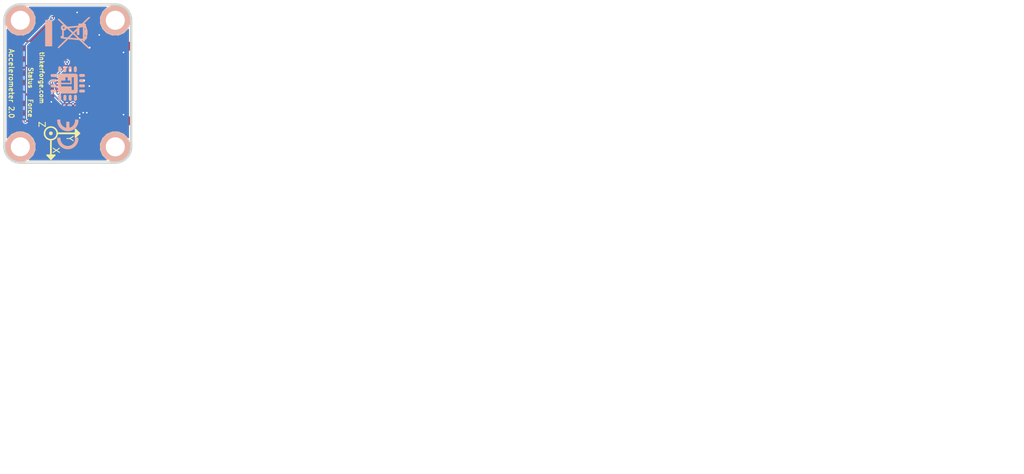
<source format=kicad_pcb>
(kicad_pcb (version 20171130) (host pcbnew 5.0.2-bee76a0~70~ubuntu18.04.1)

  (general
    (thickness 1.6002)
    (drawings 33)
    (tracks 248)
    (zones 0)
    (modules 25)
    (nets 28)
  )

  (page A4)
  (title_block
    (title "Accelerometer Bricklet")
    (date 2018-10-24)
    (rev 2.0)
    (company "Tinkerforge GmbH")
    (comment 1 "Licensed under CERN OHL v.1.1")
    (comment 2 "Copyright (©) 2018, B.Nordmeyer <bastian@tinkerforge.com>")
  )

  (layers
    (0 Vorderseite signal)
    (31 Rückseite signal hide)
    (32 B.Adhes user)
    (33 F.Adhes user)
    (34 B.Paste user)
    (35 F.Paste user)
    (36 B.SilkS user)
    (37 F.SilkS user)
    (38 B.Mask user)
    (39 F.Mask user)
    (40 Dwgs.User user)
    (41 Cmts.User user)
    (42 Eco1.User user)
    (43 Eco2.User user)
    (44 Edge.Cuts user)
    (48 B.Fab user)
    (49 F.Fab user)
  )

  (setup
    (last_trace_width 0.2)
    (user_trace_width 0.2)
    (user_trace_width 0.25)
    (user_trace_width 0.3)
    (user_trace_width 0.4)
    (user_trace_width 0.45)
    (user_trace_width 0.55)
    (trace_clearance 0.15)
    (zone_clearance 0.15)
    (zone_45_only no)
    (trace_min 0.2)
    (segment_width 0.25)
    (edge_width 0.381)
    (via_size 0.55)
    (via_drill 0.25)
    (via_min_size 0.5)
    (via_min_drill 0.25)
    (user_via 0.55 0.25)
    (uvia_size 0.508)
    (uvia_drill 0.127)
    (uvias_allowed no)
    (uvia_min_size 0.508)
    (uvia_min_drill 0.127)
    (pcb_text_width 0.3048)
    (pcb_text_size 1.524 2.032)
    (mod_edge_width 0.05)
    (mod_text_size 1.524 1.524)
    (mod_text_width 0.3048)
    (pad_size 0.39878 0.59944)
    (pad_drill 0)
    (pad_to_mask_clearance 0)
    (solder_mask_min_width 0.25)
    (aux_axis_origin 176.9 165.9)
    (grid_origin 176.9 165.9)
    (visible_elements FFFEFFBF)
    (pcbplotparams
      (layerselection 0x010f0_80000001)
      (usegerberextensions true)
      (usegerberattributes false)
      (usegerberadvancedattributes false)
      (creategerberjobfile false)
      (excludeedgelayer true)
      (linewidth 0.150000)
      (plotframeref true)
      (viasonmask false)
      (mode 1)
      (useauxorigin false)
      (hpglpennumber 1)
      (hpglpenspeed 20)
      (hpglpendiameter 15.000000)
      (psnegative false)
      (psa4output false)
      (plotreference false)
      (plotvalue false)
      (plotinvisibletext false)
      (padsonsilk false)
      (subtractmaskfromsilk false)
      (outputformat 1)
      (mirror false)
      (drillshape 0)
      (scaleselection 1)
      (outputdirectory "/tmp/prod/"))
  )

  (net 0 "")
  (net 1 GND)
  (net 2 VCC)
  (net 3 "Net-(P1-Pad6)")
  (net 4 "Net-(D1-Pad2)")
  (net 5 "Net-(C1-Pad1)")
  (net 6 "Net-(P1-Pad4)")
  (net 7 "Net-(P1-Pad5)")
  (net 8 "Net-(P2-Pad1)")
  (net 9 "Net-(P3-Pad2)")
  (net 10 S-MISO)
  (net 11 S-MOSI)
  (net 12 S-CLK)
  (net 13 S-CS)
  (net 14 "Net-(RP2-Pad1)")
  (net 15 "Net-(RP2-Pad2)")
  (net 16 "Net-(RP2-Pad3)")
  (net 17 "Net-(RP2-Pad4)")
  (net 18 M-MOSI)
  (net 19 M-CLK)
  (net 20 M-CS)
  (net 21 M-MISO)
  (net 22 INT2)
  (net 23 INT1)
  (net 24 TRIG)
  (net 25 "Net-(D2-Pad2)")
  (net 26 "Net-(RP3-Pad1)")
  (net 27 "Net-(RP3-Pad4)")

  (net_class Default "Dies ist die voreingestellte Netzklasse."
    (clearance 0.15)
    (trace_width 0.2)
    (via_dia 0.55)
    (via_drill 0.25)
    (uvia_dia 0.508)
    (uvia_drill 0.127)
    (add_net GND)
    (add_net INT1)
    (add_net INT2)
    (add_net M-CLK)
    (add_net M-CS)
    (add_net M-MISO)
    (add_net M-MOSI)
    (add_net "Net-(C1-Pad1)")
    (add_net "Net-(D1-Pad2)")
    (add_net "Net-(D2-Pad2)")
    (add_net "Net-(P1-Pad4)")
    (add_net "Net-(P1-Pad5)")
    (add_net "Net-(P1-Pad6)")
    (add_net "Net-(P2-Pad1)")
    (add_net "Net-(P3-Pad2)")
    (add_net "Net-(RP2-Pad1)")
    (add_net "Net-(RP2-Pad2)")
    (add_net "Net-(RP2-Pad3)")
    (add_net "Net-(RP2-Pad4)")
    (add_net "Net-(RP3-Pad1)")
    (add_net "Net-(RP3-Pad4)")
    (add_net S-CLK)
    (add_net S-CS)
    (add_net S-MISO)
    (add_net S-MOSI)
    (add_net TRIG)
    (add_net VCC)
  )

  (module kicad-libraries:KX122-1037 (layer Vorderseite) (tedit 5BD07FF6) (tstamp 5B2D0B11)
    (at 131.5 100.2)
    (path /5B2D49D8)
    (fp_text reference U2 (at 0.1 -0.2) (layer F.Fab)
      (effects (font (size 0.2 0.2) (thickness 0.05)))
    )
    (fp_text value KX122-1037 (at 0 1.3) (layer F.Fab)
      (effects (font (size 0.2 0.2) (thickness 0.05)))
    )
    (fp_circle (center -0.7 -0.7) (end -0.558579 -0.7) (layer F.Fab) (width 0.1))
    (fp_line (start -1 1) (end -1 -1) (layer F.Fab) (width 0.15))
    (fp_line (start 1 1) (end -1 1) (layer F.Fab) (width 0.15))
    (fp_line (start 1 -1) (end 1 1) (layer F.Fab) (width 0.15))
    (fp_line (start -1 -1) (end 1 -1) (layer F.Fab) (width 0.15))
    (pad 11 smd rect (at 0.25 -1.09) (size 0.25 1) (layers Vorderseite F.Paste F.Mask)
      (net 1 GND))
    (pad 12 smd rect (at -0.25 -1.09) (size 0.25 1) (layers Vorderseite F.Paste F.Mask)
      (net 16 "Net-(RP2-Pad3)"))
    (pad 6 smd rect (at 0.25 1.09) (size 0.25 1) (layers Vorderseite F.Paste F.Mask)
      (net 22 INT2))
    (pad 5 smd rect (at -0.25 1.09) (size 0.25 1) (layers Vorderseite F.Paste F.Mask)
      (net 23 INT1))
    (pad 4 smd rect (at -1.12 0.75) (size 1 0.25) (layers Vorderseite F.Paste F.Mask)
      (net 24 TRIG))
    (pad 3 smd rect (at -1.12 0.25) (size 1 0.25) (layers Vorderseite F.Paste F.Mask)
      (net 2 VCC))
    (pad 2 smd rect (at -1.12 -0.25) (size 1 0.25) (layers Vorderseite F.Paste F.Mask)
      (net 14 "Net-(RP2-Pad1)"))
    (pad 1 smd rect (at -1.12 -0.75) (size 1 0.25) (layers Vorderseite F.Paste F.Mask)
      (net 15 "Net-(RP2-Pad2)"))
    (pad 10 smd rect (at 1.12 -0.75) (size 1 0.25) (layers Vorderseite F.Paste F.Mask)
      (net 17 "Net-(RP2-Pad4)"))
    (pad 7 smd rect (at 1.12 0.75) (size 1 0.25) (layers Vorderseite F.Paste F.Mask)
      (net 2 VCC))
    (pad 8 smd rect (at 1.12 0.25) (size 1 0.25) (layers Vorderseite F.Paste F.Mask)
      (net 1 GND))
    (pad 9 smd rect (at 1.12 -0.25) (size 1 0.25) (layers Vorderseite F.Paste F.Mask)
      (net 1 GND))
    (model Housings_LGA/LGA-12_2x2mm.wrl
      (at (xyz 0 0 0))
      (scale (xyz 1 1 1))
      (rotate (xyz 0 0 90))
    )
  )

  (module kicad-libraries:4X0402 (layer Vorderseite) (tedit 590B1710) (tstamp 5B2CFE43)
    (at 133.9 96.4 90)
    (path /5A5907F2)
    (attr smd)
    (fp_text reference RP1 (at -0.025 0.25 90) (layer F.Fab)
      (effects (font (size 0.2 0.2) (thickness 0.05)))
    )
    (fp_text value 82 (at -0.025 -0.45 90) (layer F.Fab)
      (effects (font (size 0.2 0.2) (thickness 0.05)))
    )
    (fp_line (start -1.04902 -0.89916) (end 1.04902 -0.89916) (layer F.Fab) (width 0.001))
    (fp_line (start 1.04902 -0.89916) (end 1.04902 0.89916) (layer F.Fab) (width 0.001))
    (fp_line (start -1.04902 0.89916) (end 1.04902 0.89916) (layer F.Fab) (width 0.001))
    (fp_line (start -1.04902 -0.89916) (end -1.04902 0.89916) (layer F.Fab) (width 0.001))
    (pad 1 smd rect (at -0.7493 0.575 270) (size 0.29972 0.65) (layers Vorderseite F.Paste F.Mask)
      (net 6 "Net-(P1-Pad4)"))
    (pad 2 smd rect (at -0.24892 0.575 270) (size 0.29972 0.65) (layers Vorderseite F.Paste F.Mask)
      (net 7 "Net-(P1-Pad5)"))
    (pad 3 smd rect (at 0.24892 0.575 270) (size 0.29972 0.65) (layers Vorderseite F.Paste F.Mask)
      (net 3 "Net-(P1-Pad6)"))
    (pad 4 smd rect (at 0.7493 0.575 270) (size 0.29972 0.65) (layers Vorderseite F.Paste F.Mask)
      (net 5 "Net-(C1-Pad1)"))
    (pad 5 smd rect (at 0.7493 -0.575 90) (size 0.29972 0.65) (layers Vorderseite F.Paste F.Mask)
      (net 10 S-MISO))
    (pad 6 smd rect (at 0.24892 -0.575 90) (size 0.29972 0.65) (layers Vorderseite F.Paste F.Mask)
      (net 11 S-MOSI))
    (pad 7 smd rect (at -0.24892 -0.575 90) (size 0.29972 0.65) (layers Vorderseite F.Paste F.Mask)
      (net 12 S-CLK))
    (pad 8 smd rect (at -0.7493 -0.575 90) (size 0.29972 0.65) (layers Vorderseite F.Paste F.Mask)
      (net 13 S-CS))
    (model Resistors_SMD/R_4x0402.wrl
      (at (xyz 0 0 0))
      (scale (xyz 1 1 1))
      (rotate (xyz 0 0 90))
    )
  )

  (module Fiducial_Mark (layer Vorderseite) (tedit 4F75487D) (tstamp 4F200E49)
    (at 134 111.2)
    (path Fiducial_Mark)
    (attr smd)
    (fp_text reference Fiducial_Mark (at 0 0) (layer F.SilkS) hide
      (effects (font (size 0.127 0.127) (thickness 0.03302)))
    )
    (fp_text value VAL** (at 0 -0.29972) (layer F.SilkS) hide
      (effects (font (size 0.127 0.127) (thickness 0.03302)))
    )
    (fp_circle (center 0 0) (end 1.15062 0) (layer Dwgs.User) (width 0.01016))
    (pad 1 smd circle (at 0 0) (size 1.00076 1.00076) (layers Vorderseite F.Mask)
      (clearance 0.65024))
  )

  (module Fiducial_Mark (layer Vorderseite) (tedit 4F75487D) (tstamp 4F200E66)
    (at 127.5 89.2)
    (path Fiducial_Mark)
    (attr smd)
    (fp_text reference Fiducial_Mark (at 0 0) (layer F.SilkS) hide
      (effects (font (size 0.127 0.127) (thickness 0.03302)))
    )
    (fp_text value VAL** (at 0 -0.29972) (layer F.SilkS) hide
      (effects (font (size 0.127 0.127) (thickness 0.03302)))
    )
    (fp_circle (center 0 0) (end 1.15062 0) (layer Dwgs.User) (width 0.01016))
    (pad 1 smd circle (at 0 0) (size 1.00076 1.00076) (layers Vorderseite F.Mask)
      (clearance 0.65024))
  )

  (module kicad-libraries:C0402F (layer Vorderseite) (tedit 5A0C5AF6) (tstamp 5B2CFDF4)
    (at 135.6 95 90)
    (path /5A590EF3)
    (fp_text reference C1 (at 0.1 0.15 90) (layer F.Fab)
      (effects (font (size 0.2 0.2) (thickness 0.05)))
    )
    (fp_text value 220pF (at 0 -0.15 90) (layer F.Fab)
      (effects (font (size 0.2 0.2) (thickness 0.05)))
    )
    (fp_line (start -0.9 -0.45) (end 0.9 -0.45) (layer F.Fab) (width 0.025))
    (fp_line (start 0.9 -0.45) (end 0.9 0.45) (layer F.Fab) (width 0.025))
    (fp_line (start 0.9 0.45) (end -0.9 0.45) (layer F.Fab) (width 0.025))
    (fp_line (start -0.9 0.45) (end -0.9 -0.45) (layer F.Fab) (width 0.025))
    (pad 2 smd rect (at 0.5 0 90) (size 0.6 0.7) (layers Vorderseite F.Paste F.Mask)
      (net 1 GND))
    (pad 1 smd rect (at -0.5 0 90) (size 0.6 0.7) (layers Vorderseite F.Paste F.Mask)
      (net 5 "Net-(C1-Pad1)"))
    (model Capacitors_SMD/C_0402.wrl
      (at (xyz 0 0 0))
      (scale (xyz 1 1 1))
      (rotate (xyz 0 0 0))
    )
  )

  (module kicad-libraries:C0805 (layer Vorderseite) (tedit 58F5DFFC) (tstamp 5B2CFDFA)
    (at 135.6 106.3 90)
    (path /5A5900BA)
    (attr smd)
    (fp_text reference C2 (at 0 0.3 90) (layer F.Fab)
      (effects (font (size 0.2 0.2) (thickness 0.05)))
    )
    (fp_text value 10uF (at 0 -0.2 90) (layer F.Fab)
      (effects (font (size 0.2 0.2) (thickness 0.05)))
    )
    (fp_line (start -1.651 -0.8001) (end -1.651 0.8001) (layer F.Fab) (width 0.001))
    (fp_line (start -1.651 0.8001) (end 1.651 0.8001) (layer F.Fab) (width 0.001))
    (fp_line (start 1.651 0.8001) (end 1.651 -0.8001) (layer F.Fab) (width 0.001))
    (fp_line (start 1.651 -0.8001) (end -1.651 -0.8001) (layer F.Fab) (width 0.001))
    (pad 1 smd rect (at -1.00076 0 90) (size 1.00076 1.24968) (layers Vorderseite F.Paste F.Mask)
      (net 2 VCC) (clearance 0.14986))
    (pad 2 smd rect (at 1.00076 0 90) (size 1.00076 1.24968) (layers Vorderseite F.Paste F.Mask)
      (net 1 GND) (clearance 0.14986))
    (model Capacitors_SMD/C_0805.wrl
      (at (xyz 0 0 0))
      (scale (xyz 1 1 1))
      (rotate (xyz 0 0 0))
    )
  )

  (module kicad-libraries:C0603F (layer Vorderseite) (tedit 58F5DD02) (tstamp 5B2CFE00)
    (at 134.1 106.3 90)
    (path /5A58FC2A)
    (attr smd)
    (fp_text reference C3 (at 0.05 0.225 90) (layer F.Fab)
      (effects (font (size 0.2 0.2) (thickness 0.05)))
    )
    (fp_text value 100nF (at 0.05 -0.375 90) (layer F.Fab)
      (effects (font (size 0.2 0.2) (thickness 0.05)))
    )
    (fp_line (start -1.45034 -0.65024) (end 1.45034 -0.65024) (layer F.Fab) (width 0.001))
    (fp_line (start 1.45034 -0.65024) (end 1.45034 0.65024) (layer F.Fab) (width 0.001))
    (fp_line (start 1.45034 0.65024) (end -1.45034 0.65024) (layer F.Fab) (width 0.001))
    (fp_line (start -1.45034 0.65024) (end -1.45034 -0.65024) (layer F.Fab) (width 0.001))
    (pad 1 smd rect (at -0.75 0 90) (size 0.9 0.9) (layers Vorderseite F.Paste F.Mask)
      (net 2 VCC))
    (pad 2 smd rect (at 0.75 0 90) (size 0.9 0.9) (layers Vorderseite F.Paste F.Mask)
      (net 1 GND))
    (model Capacitors_SMD/C_0603.wrl
      (at (xyz 0 0 0))
      (scale (xyz 1 1 1))
      (rotate (xyz 0 0 0))
    )
  )

  (module kicad-libraries:C0603F (layer Vorderseite) (tedit 58F5DD02) (tstamp 5B2CFE06)
    (at 131.5 88.96)
    (path /5A59176F)
    (attr smd)
    (fp_text reference C4 (at 0.05 0.225) (layer F.Fab)
      (effects (font (size 0.2 0.2) (thickness 0.05)))
    )
    (fp_text value 100nF (at 0.05 -0.375) (layer F.Fab)
      (effects (font (size 0.2 0.2) (thickness 0.05)))
    )
    (fp_line (start -1.45034 -0.65024) (end 1.45034 -0.65024) (layer F.Fab) (width 0.001))
    (fp_line (start 1.45034 -0.65024) (end 1.45034 0.65024) (layer F.Fab) (width 0.001))
    (fp_line (start 1.45034 0.65024) (end -1.45034 0.65024) (layer F.Fab) (width 0.001))
    (fp_line (start -1.45034 0.65024) (end -1.45034 -0.65024) (layer F.Fab) (width 0.001))
    (pad 1 smd rect (at -0.75 0) (size 0.9 0.9) (layers Vorderseite F.Paste F.Mask)
      (net 2 VCC))
    (pad 2 smd rect (at 0.75 0) (size 0.9 0.9) (layers Vorderseite F.Paste F.Mask)
      (net 1 GND))
    (model Capacitors_SMD/C_0603.wrl
      (at (xyz 0 0 0))
      (scale (xyz 1 1 1))
      (rotate (xyz 0 0 0))
    )
  )

  (module kicad-libraries:C0603F (layer Vorderseite) (tedit 58F5DD02) (tstamp 5B2CFE0C)
    (at 128.9 101.6 270)
    (path /5B2D527E)
    (attr smd)
    (fp_text reference C5 (at 0.05 0.225 270) (layer F.Fab)
      (effects (font (size 0.2 0.2) (thickness 0.05)))
    )
    (fp_text value 100nF (at 0.05 -0.375 270) (layer F.Fab)
      (effects (font (size 0.2 0.2) (thickness 0.05)))
    )
    (fp_line (start -1.45034 -0.65024) (end 1.45034 -0.65024) (layer F.Fab) (width 0.001))
    (fp_line (start 1.45034 -0.65024) (end 1.45034 0.65024) (layer F.Fab) (width 0.001))
    (fp_line (start 1.45034 0.65024) (end -1.45034 0.65024) (layer F.Fab) (width 0.001))
    (fp_line (start -1.45034 0.65024) (end -1.45034 -0.65024) (layer F.Fab) (width 0.001))
    (pad 1 smd rect (at -0.75 0 270) (size 0.9 0.9) (layers Vorderseite F.Paste F.Mask)
      (net 2 VCC))
    (pad 2 smd rect (at 0.75 0 270) (size 0.9 0.9) (layers Vorderseite F.Paste F.Mask)
      (net 1 GND))
    (model Capacitors_SMD/C_0603.wrl
      (at (xyz 0 0 0))
      (scale (xyz 1 1 1))
      (rotate (xyz 0 0 0))
    )
  )

  (module kicad-libraries:C0603F (layer Vorderseite) (tedit 58F5DD02) (tstamp 5B2CFE12)
    (at 134.1 101.3 90)
    (path /5B2D55CE)
    (attr smd)
    (fp_text reference C6 (at 0.05 0.225 90) (layer F.Fab)
      (effects (font (size 0.2 0.2) (thickness 0.05)))
    )
    (fp_text value 100nF (at 0.05 -0.375 90) (layer F.Fab)
      (effects (font (size 0.2 0.2) (thickness 0.05)))
    )
    (fp_line (start -1.45034 -0.65024) (end 1.45034 -0.65024) (layer F.Fab) (width 0.001))
    (fp_line (start 1.45034 -0.65024) (end 1.45034 0.65024) (layer F.Fab) (width 0.001))
    (fp_line (start 1.45034 0.65024) (end -1.45034 0.65024) (layer F.Fab) (width 0.001))
    (fp_line (start -1.45034 0.65024) (end -1.45034 -0.65024) (layer F.Fab) (width 0.001))
    (pad 1 smd rect (at -0.75 0 90) (size 0.9 0.9) (layers Vorderseite F.Paste F.Mask)
      (net 2 VCC))
    (pad 2 smd rect (at 0.75 0 90) (size 0.9 0.9) (layers Vorderseite F.Paste F.Mask)
      (net 1 GND))
    (model Capacitors_SMD/C_0603.wrl
      (at (xyz 0 0 0))
      (scale (xyz 1 1 1))
      (rotate (xyz 0 0 0))
    )
  )

  (module kicad-libraries:D0603F (layer Vorderseite) (tedit 5910237C) (tstamp 5B2CFE13)
    (at 124.3 99.3 90)
    (path /5A59316A)
    (attr smd)
    (fp_text reference D1 (at -0.775 0.45 90) (layer F.Fab)
      (effects (font (size 0.2 0.2) (thickness 0.05)))
    )
    (fp_text value blue (at 0.75 0.45 90) (layer F.Fab)
      (effects (font (size 0.2 0.2) (thickness 0.05)))
    )
    (fp_line (start -0.75 -0.3) (end -0.75 0.3) (layer F.Fab) (width 0.05))
    (fp_line (start -1.05 0) (end -0.45 0) (layer F.Fab) (width 0.05))
    (fp_line (start 0.45 0) (end 1.05 0) (layer F.Fab) (width 0.05))
    (fp_line (start 0 -0.3) (end 0 0.3) (layer F.Fab) (width 0.05))
    (fp_line (start -0.3 -0.3) (end -0.3 0.3) (layer F.Fab) (width 0.05))
    (fp_line (start -0.3 0.3) (end 0 0) (layer F.Fab) (width 0.05))
    (fp_line (start 0 0) (end -0.3 -0.3) (layer F.Fab) (width 0.05))
    (fp_line (start -1.45034 -0.65024) (end 1.45034 -0.65024) (layer F.Fab) (width 0.001))
    (fp_line (start 1.45034 -0.65024) (end 1.45034 0.65024) (layer F.Fab) (width 0.001))
    (fp_line (start 1.45034 0.65024) (end -1.45034 0.65024) (layer F.Fab) (width 0.001))
    (fp_line (start -1.45034 0.65024) (end -1.45034 -0.65024) (layer F.Fab) (width 0.001))
    (pad 1 smd rect (at -0.75 0 90) (size 0.9 0.9) (layers Vorderseite F.Paste F.Mask)
      (net 2 VCC))
    (pad 2 smd rect (at 0.75 0 90) (size 0.9 0.9) (layers Vorderseite F.Paste F.Mask)
      (net 4 "Net-(D1-Pad2)"))
    (model LED_SMD/D_0603_blue.wrl
      (at (xyz 0 0 0))
      (scale (xyz 1 1 1))
      (rotate (xyz -90 0 0))
    )
  )

  (module kicad-libraries:CON-SENSOR2 (layer Vorderseite) (tedit 59030BED) (tstamp 5B2CFE24)
    (at 141.5 100.2 90)
    (path /4C5FCF27)
    (fp_text reference P1 (at 0 -2.85 90) (layer F.Fab)
      (effects (font (size 0.3 0.3) (thickness 0.075)))
    )
    (fp_text value CON-SENSOR (at 0 -1.6002 90) (layer F.Fab)
      (effects (font (size 0.29972 0.29972) (thickness 0.07112)))
    )
    (fp_line (start -5 -0.25) (end -4.75 -0.75) (layer F.Fab) (width 0.05))
    (fp_line (start -4.75 -0.75) (end -4.5 -0.25) (layer F.Fab) (width 0.05))
    (fp_line (start -6 -0.25) (end 6 -0.25) (layer F.Fab) (width 0.05))
    (fp_line (start 6 -0.25) (end 6 -4.3) (layer F.Fab) (width 0.05))
    (fp_line (start 6 -4.3) (end -6 -4.3) (layer F.Fab) (width 0.05))
    (fp_line (start -6 -4.3) (end -6 -0.25) (layer F.Fab) (width 0.05))
    (pad 1 smd rect (at -3.75 -4.6 90) (size 0.6 1.8) (layers Vorderseite F.Paste F.Mask))
    (pad 2 smd rect (at -2.5 -4.6 90) (size 0.6 1.8) (layers Vorderseite F.Paste F.Mask)
      (net 1 GND))
    (pad EP smd rect (at -5.9 -1.2 90) (size 1.4 2.4) (layers Vorderseite F.Paste F.Mask)
      (net 1 GND))
    (pad EP smd rect (at 5.9 -1.2 90) (size 1.4 2.4) (layers Vorderseite F.Paste F.Mask)
      (net 1 GND))
    (pad 3 smd rect (at -1.25 -4.6 90) (size 0.6 1.8) (layers Vorderseite F.Paste F.Mask)
      (net 2 VCC))
    (pad 4 smd rect (at 0 -4.6 90) (size 0.6 1.8) (layers Vorderseite F.Paste F.Mask)
      (net 6 "Net-(P1-Pad4)"))
    (pad 5 smd rect (at 1.25 -4.6 90) (size 0.6 1.8) (layers Vorderseite F.Paste F.Mask)
      (net 7 "Net-(P1-Pad5)"))
    (pad 6 smd rect (at 2.5 -4.6 90) (size 0.6 1.8) (layers Vorderseite F.Paste F.Mask)
      (net 3 "Net-(P1-Pad6)"))
    (pad 7 smd rect (at 3.75 -4.6 90) (size 0.6 1.8) (layers Vorderseite F.Paste F.Mask)
      (net 5 "Net-(C1-Pad1)"))
    (model Connectors_TF/BrickletConn_7pin.wrl
      (offset (xyz 0 2.539999961853027 0))
      (scale (xyz 1 1 1))
      (rotate (xyz 0 0 0))
    )
  )

  (module kicad-libraries:DEBUG_PAD (layer Vorderseite) (tedit 590B3FBE) (tstamp 5B2CFE29)
    (at 134.64 89.29)
    (path /5A59359F)
    (fp_text reference P2 (at 0 0.175) (layer F.Fab)
      (effects (font (size 0.15 0.15) (thickness 0.0375)))
    )
    (fp_text value Debug (at 0 -0.15) (layer F.Fab)
      (effects (font (size 0.15 0.15) (thickness 0.0375)))
    )
    (pad 1 smd circle (at 0 0) (size 0.7 0.7) (layers Vorderseite F.Paste F.Mask)
      (net 8 "Net-(P2-Pad1)"))
  )

  (module kicad-libraries:SolderJumper (layer Vorderseite) (tedit 590B2DE4) (tstamp 5B2CFE32)
    (at 135.42 92.51 180)
    (path /5A593676)
    (fp_text reference P3 (at 0 0.35 180) (layer F.Fab)
      (effects (font (size 0.3 0.3) (thickness 0.0712)))
    )
    (fp_text value Boot (at 0 -0.35 180) (layer F.Fab)
      (effects (font (size 0.3 0.3) (thickness 0.0712)))
    )
    (pad 2 smd rect (at 0.55 0 180) (size 0.3 1.4) (layers Vorderseite F.Mask)
      (net 9 "Net-(P3-Pad2)"))
    (pad 2 smd rect (at 0.15 0 180) (size 0.6 0.5) (layers Vorderseite F.Mask)
      (net 9 "Net-(P3-Pad2)"))
    (pad 1 smd rect (at -0.5 0 180) (size 0.4 1.4) (layers Vorderseite F.Mask)
      (net 1 GND))
    (pad 1 smd rect (at -0.225 0.55 180) (size 0.95 0.3) (layers Vorderseite F.Mask)
      (net 1 GND))
    (pad 1 smd rect (at -0.225 -0.55 180) (size 0.95 0.3) (layers Vorderseite F.Mask)
      (net 1 GND))
  )

  (module kicad-libraries:QFN24-4x4mm-0.5mm (layer Vorderseite) (tedit 5C5037B5) (tstamp 5B2CFE6F)
    (at 131.5 92.2 180)
    (tags "QFN 24pin 0.5")
    (path /5A58D8E2)
    (attr smd)
    (fp_text reference U1 (at 0 -0.4 180) (layer F.Fab)
      (effects (font (size 0.3 0.3) (thickness 0.075)))
    )
    (fp_text value XMC1100 (at 0 0.8 180) (layer F.Fab)
      (effects (font (size 0.3 0.3) (thickness 0.075)))
    )
    (fp_line (start -1 -2) (end 2 -2) (layer F.Fab) (width 0.15))
    (fp_line (start 2 -2) (end 2 2) (layer F.Fab) (width 0.15))
    (fp_line (start 2 2) (end -2 2) (layer F.Fab) (width 0.15))
    (fp_line (start -2 2) (end -2 -1) (layer F.Fab) (width 0.15))
    (fp_line (start -2 -1) (end -1 -2) (layer F.Fab) (width 0.15))
    (pad 1 smd oval (at -2.025 -1.25 180) (size 1 0.3) (layers Vorderseite F.Paste F.Mask)
      (net 10 S-MISO))
    (pad 2 smd oval (at -2.025 -0.75 180) (size 1 0.3) (layers Vorderseite F.Paste F.Mask))
    (pad 3 smd oval (at -2.025 -0.25 180) (size 1 0.3) (layers Vorderseite F.Paste F.Mask)
      (net 9 "Net-(P3-Pad2)"))
    (pad 4 smd oval (at -2.025 0.25 180) (size 1 0.3) (layers Vorderseite F.Paste F.Mask))
    (pad 5 smd oval (at -2.025 0.75 180) (size 1 0.3) (layers Vorderseite F.Paste F.Mask))
    (pad 6 smd oval (at -2.025 1.25 180) (size 1 0.3) (layers Vorderseite F.Paste F.Mask))
    (pad 7 smd oval (at -1.25 2.025 270) (size 1 0.3) (layers Vorderseite F.Paste F.Mask)
      (net 8 "Net-(P2-Pad1)"))
    (pad 8 smd oval (at -0.75 2.025 270) (size 1 0.3) (layers Vorderseite F.Paste F.Mask))
    (pad 9 smd oval (at -0.25 2.025 270) (size 1 0.3) (layers Vorderseite F.Paste F.Mask)
      (net 1 GND))
    (pad 10 smd oval (at 0.25 2.025 270) (size 1 0.3) (layers Vorderseite F.Paste F.Mask)
      (net 2 VCC))
    (pad 11 smd oval (at 0.75 2.025 270) (size 1 0.3) (layers Vorderseite F.Paste F.Mask))
    (pad 12 smd oval (at 1.25 2.025 270) (size 1 0.3) (layers Vorderseite F.Paste F.Mask))
    (pad 13 smd oval (at 2.025 1.25 180) (size 1 0.3) (layers Vorderseite F.Paste F.Mask)
      (net 26 "Net-(RP3-Pad1)"))
    (pad 14 smd oval (at 2.025 0.75 180) (size 1 0.3) (layers Vorderseite F.Paste F.Mask)
      (net 27 "Net-(RP3-Pad4)"))
    (pad 15 smd oval (at 2.025 0.25 180) (size 1 0.3) (layers Vorderseite F.Paste F.Mask)
      (net 22 INT2))
    (pad 16 smd oval (at 2.025 -0.25 180) (size 1 0.3) (layers Vorderseite F.Paste F.Mask)
      (net 23 INT1))
    (pad 17 smd oval (at 2.025 -0.75 180) (size 1 0.3) (layers Vorderseite F.Paste F.Mask)
      (net 18 M-MOSI))
    (pad 18 smd oval (at 2.025 -1.25 180) (size 1 0.3) (layers Vorderseite F.Paste F.Mask)
      (net 21 M-MISO))
    (pad 19 smd oval (at 1.25 -2.025 270) (size 1 0.3) (layers Vorderseite F.Paste F.Mask)
      (net 19 M-CLK))
    (pad 20 smd oval (at 0.75 -2.025 270) (size 1 0.3) (layers Vorderseite F.Paste F.Mask)
      (net 20 M-CS))
    (pad 21 smd oval (at 0.25 -2.025 270) (size 1 0.3) (layers Vorderseite F.Paste F.Mask)
      (net 24 TRIG))
    (pad 22 smd oval (at -0.25 -2.025 270) (size 1 0.3) (layers Vorderseite F.Paste F.Mask)
      (net 13 S-CS))
    (pad 23 smd oval (at -0.75 -2.025 270) (size 1 0.3) (layers Vorderseite F.Paste F.Mask)
      (net 12 S-CLK))
    (pad 24 smd oval (at -1.25 -2.025 270) (size 1 0.3) (layers Vorderseite F.Paste F.Mask)
      (net 11 S-MOSI))
    (pad EXP smd rect (at 0.65 0.65 180) (size 1.3 1.3) (layers Vorderseite F.Paste F.Mask)
      (net 1 GND) (solder_paste_margin_ratio -0.2))
    (pad EXP smd rect (at 0.65 -0.65 180) (size 1.3 1.3) (layers Vorderseite F.Paste F.Mask)
      (net 1 GND) (solder_paste_margin_ratio -0.2))
    (pad EXP smd rect (at -0.65 0.65 180) (size 1.3 1.3) (layers Vorderseite F.Paste F.Mask)
      (net 1 GND) (solder_paste_margin_ratio -0.2))
    (pad EXP smd rect (at -0.65 -0.65 180) (size 1.3 1.3) (layers Vorderseite F.Paste F.Mask)
      (net 1 GND) (solder_paste_margin_ratio -0.2))
    (model Housings_DFN_QFN/QFN-24_4x4mm_Pitch0.5mm.wrl
      (at (xyz 0 0 0))
      (scale (xyz 1 1 1))
      (rotate (xyz 90 180 180))
    )
  )

  (module kicad-libraries:DRILL_NP (layer Vorderseite) (tedit 530C7871) (tstamp 5B2CFE70)
    (at 124 110.2)
    (path /4C6050A5)
    (fp_text reference U3 (at 0 0) (layer F.SilkS) hide
      (effects (font (size 0.29972 0.29972) (thickness 0.0762)))
    )
    (fp_text value DRILL (at 0 0.50038) (layer F.SilkS) hide
      (effects (font (size 0.29972 0.29972) (thickness 0.0762)))
    )
    (fp_circle (center 0 0) (end 3.2 0) (layer Eco2.User) (width 0.01))
    (fp_circle (center 0 0) (end 2.19964 -0.20066) (layer F.SilkS) (width 0.381))
    (fp_circle (center 0 0) (end 1.99898 -0.20066) (layer F.SilkS) (width 0.381))
    (fp_circle (center 0 0) (end 1.69926 0) (layer F.SilkS) (width 0.381))
    (fp_circle (center 0 0) (end 1.39954 -0.09906) (layer B.SilkS) (width 0.381))
    (fp_circle (center 0 0) (end 1.39954 0) (layer F.SilkS) (width 0.381))
    (fp_circle (center 0 0) (end 1.69926 0) (layer B.SilkS) (width 0.381))
    (fp_circle (center 0 0) (end 1.89992 0) (layer B.SilkS) (width 0.381))
    (fp_circle (center 0 0) (end 2.19964 0) (layer B.SilkS) (width 0.381))
    (pad "" np_thru_hole circle (at 0 0) (size 2.99974 2.99974) (drill 2.99974) (layers *.Cu *.Mask F.SilkS)
      (clearance 0.89916))
  )

  (module kicad-libraries:DRILL_NP (layer Vorderseite) (tedit 530C7871) (tstamp 5B2CFE74)
    (at 138.99976 110.19964 90)
    (path /4C6050A2)
    (fp_text reference U4 (at 0 0 90) (layer F.SilkS) hide
      (effects (font (size 0.29972 0.29972) (thickness 0.0762)))
    )
    (fp_text value DRILL (at 0 0.50038 90) (layer F.SilkS) hide
      (effects (font (size 0.29972 0.29972) (thickness 0.0762)))
    )
    (fp_circle (center 0 0) (end 3.2 0) (layer Eco2.User) (width 0.01))
    (fp_circle (center 0 0) (end 2.19964 -0.20066) (layer F.SilkS) (width 0.381))
    (fp_circle (center 0 0) (end 1.99898 -0.20066) (layer F.SilkS) (width 0.381))
    (fp_circle (center 0 0) (end 1.69926 0) (layer F.SilkS) (width 0.381))
    (fp_circle (center 0 0) (end 1.39954 -0.09906) (layer B.SilkS) (width 0.381))
    (fp_circle (center 0 0) (end 1.39954 0) (layer F.SilkS) (width 0.381))
    (fp_circle (center 0 0) (end 1.69926 0) (layer B.SilkS) (width 0.381))
    (fp_circle (center 0 0) (end 1.89992 0) (layer B.SilkS) (width 0.381))
    (fp_circle (center 0 0) (end 2.19964 0) (layer B.SilkS) (width 0.381))
    (pad "" np_thru_hole circle (at 0 0 90) (size 2.99974 2.99974) (drill 2.99974) (layers *.Cu *.Mask F.SilkS)
      (clearance 0.89916))
  )

  (module kicad-libraries:DRILL_NP (layer Vorderseite) (tedit 530C7871) (tstamp 5B2CFE78)
    (at 138.99976 90.19968)
    (path /4C605099)
    (fp_text reference U5 (at 0 0) (layer F.SilkS) hide
      (effects (font (size 0.29972 0.29972) (thickness 0.0762)))
    )
    (fp_text value DRILL (at 0 0.50038) (layer F.SilkS) hide
      (effects (font (size 0.29972 0.29972) (thickness 0.0762)))
    )
    (fp_circle (center 0 0) (end 3.2 0) (layer Eco2.User) (width 0.01))
    (fp_circle (center 0 0) (end 2.19964 -0.20066) (layer F.SilkS) (width 0.381))
    (fp_circle (center 0 0) (end 1.99898 -0.20066) (layer F.SilkS) (width 0.381))
    (fp_circle (center 0 0) (end 1.69926 0) (layer F.SilkS) (width 0.381))
    (fp_circle (center 0 0) (end 1.39954 -0.09906) (layer B.SilkS) (width 0.381))
    (fp_circle (center 0 0) (end 1.39954 0) (layer F.SilkS) (width 0.381))
    (fp_circle (center 0 0) (end 1.69926 0) (layer B.SilkS) (width 0.381))
    (fp_circle (center 0 0) (end 1.89992 0) (layer B.SilkS) (width 0.381))
    (fp_circle (center 0 0) (end 2.19964 0) (layer B.SilkS) (width 0.381))
    (pad "" np_thru_hole circle (at 0 0) (size 2.99974 2.99974) (drill 2.99974) (layers *.Cu *.Mask F.SilkS)
      (clearance 0.89916))
  )

  (module kicad-libraries:DRILL_NP (layer Vorderseite) (tedit 530C7871) (tstamp 5B2CFE7C)
    (at 124 90.2)
    (path /4C60509F)
    (fp_text reference U6 (at 0 0) (layer F.SilkS) hide
      (effects (font (size 0.29972 0.29972) (thickness 0.0762)))
    )
    (fp_text value DRILL (at 0 0.50038) (layer F.SilkS) hide
      (effects (font (size 0.29972 0.29972) (thickness 0.0762)))
    )
    (fp_circle (center 0 0) (end 3.2 0) (layer Eco2.User) (width 0.01))
    (fp_circle (center 0 0) (end 2.19964 -0.20066) (layer F.SilkS) (width 0.381))
    (fp_circle (center 0 0) (end 1.99898 -0.20066) (layer F.SilkS) (width 0.381))
    (fp_circle (center 0 0) (end 1.69926 0) (layer F.SilkS) (width 0.381))
    (fp_circle (center 0 0) (end 1.39954 -0.09906) (layer B.SilkS) (width 0.381))
    (fp_circle (center 0 0) (end 1.39954 0) (layer F.SilkS) (width 0.381))
    (fp_circle (center 0 0) (end 1.69926 0) (layer B.SilkS) (width 0.381))
    (fp_circle (center 0 0) (end 1.89992 0) (layer B.SilkS) (width 0.381))
    (fp_circle (center 0 0) (end 2.19964 0) (layer B.SilkS) (width 0.381))
    (pad "" np_thru_hole circle (at 0 0) (size 2.99974 2.99974) (drill 2.99974) (layers *.Cu *.Mask F.SilkS)
      (clearance 0.89916))
  )

  (module kicad-libraries:4X0402 (layer Vorderseite) (tedit 590B1710) (tstamp 5B2CFEF4)
    (at 130 96.13)
    (path /51657BFE)
    (attr smd)
    (fp_text reference RP2 (at -0.025 0.25) (layer F.Fab)
      (effects (font (size 0.2 0.2) (thickness 0.05)))
    )
    (fp_text value 82 (at -0.025 -0.45) (layer F.Fab)
      (effects (font (size 0.2 0.2) (thickness 0.05)))
    )
    (fp_line (start -1.04902 -0.89916) (end 1.04902 -0.89916) (layer F.Fab) (width 0.001))
    (fp_line (start 1.04902 -0.89916) (end 1.04902 0.89916) (layer F.Fab) (width 0.001))
    (fp_line (start -1.04902 0.89916) (end 1.04902 0.89916) (layer F.Fab) (width 0.001))
    (fp_line (start -1.04902 -0.89916) (end -1.04902 0.89916) (layer F.Fab) (width 0.001))
    (pad 1 smd rect (at -0.7493 0.575 180) (size 0.29972 0.65) (layers Vorderseite F.Paste F.Mask)
      (net 14 "Net-(RP2-Pad1)"))
    (pad 2 smd rect (at -0.24892 0.575 180) (size 0.29972 0.65) (layers Vorderseite F.Paste F.Mask)
      (net 15 "Net-(RP2-Pad2)"))
    (pad 3 smd rect (at 0.24892 0.575 180) (size 0.29972 0.65) (layers Vorderseite F.Paste F.Mask)
      (net 16 "Net-(RP2-Pad3)"))
    (pad 4 smd rect (at 0.7493 0.575 180) (size 0.29972 0.65) (layers Vorderseite F.Paste F.Mask)
      (net 17 "Net-(RP2-Pad4)"))
    (pad 5 smd rect (at 0.7493 -0.575) (size 0.29972 0.65) (layers Vorderseite F.Paste F.Mask)
      (net 20 M-CS))
    (pad 6 smd rect (at 0.24892 -0.575) (size 0.29972 0.65) (layers Vorderseite F.Paste F.Mask)
      (net 19 M-CLK))
    (pad 7 smd rect (at -0.24892 -0.575) (size 0.29972 0.65) (layers Vorderseite F.Paste F.Mask)
      (net 21 M-MISO))
    (pad 8 smd rect (at -0.7493 -0.575) (size 0.29972 0.65) (layers Vorderseite F.Paste F.Mask)
      (net 18 M-MOSI))
    (model Resistors_SMD/R_4x0402.wrl
      (at (xyz 0 0 0))
      (scale (xyz 1 1 1))
      (rotate (xyz 0 0 90))
    )
  )

  (module kicad-libraries:D0603F (layer Vorderseite) (tedit 5BE55C75) (tstamp 5B30B531)
    (at 124.3 104.1 90)
    (path /5B30E5AC)
    (attr smd)
    (fp_text reference D2 (at -0.775 0.45 90) (layer F.Fab)
      (effects (font (size 0.2 0.2) (thickness 0.05)))
    )
    (fp_text value green (at 0.75 0.45 90) (layer F.Fab)
      (effects (font (size 0.2 0.2) (thickness 0.05)))
    )
    (fp_line (start -0.75 -0.3) (end -0.75 0.3) (layer F.Fab) (width 0.05))
    (fp_line (start -1.05 0) (end -0.45 0) (layer F.Fab) (width 0.05))
    (fp_line (start 0.45 0) (end 1.05 0) (layer F.Fab) (width 0.05))
    (fp_line (start 0 -0.3) (end 0 0.3) (layer F.Fab) (width 0.05))
    (fp_line (start -0.3 -0.3) (end -0.3 0.3) (layer F.Fab) (width 0.05))
    (fp_line (start -0.3 0.3) (end 0 0) (layer F.Fab) (width 0.05))
    (fp_line (start 0 0) (end -0.3 -0.3) (layer F.Fab) (width 0.05))
    (fp_line (start -1.45034 -0.65024) (end 1.45034 -0.65024) (layer F.Fab) (width 0.001))
    (fp_line (start 1.45034 -0.65024) (end 1.45034 0.65024) (layer F.Fab) (width 0.001))
    (fp_line (start 1.45034 0.65024) (end -1.45034 0.65024) (layer F.Fab) (width 0.001))
    (fp_line (start -1.45034 0.65024) (end -1.45034 -0.65024) (layer F.Fab) (width 0.001))
    (pad 1 smd rect (at -0.75 0 90) (size 0.9 0.9) (layers Vorderseite F.Paste F.Mask)
      (net 2 VCC))
    (pad 2 smd rect (at 0.75 0 90) (size 0.9 0.9) (layers Vorderseite F.Paste F.Mask)
      (net 25 "Net-(D2-Pad2)"))
    (model LED_SMD/D_0603_red.wrl
      (at (xyz 0 0 0))
      (scale (xyz 1 1 1))
      (rotate (xyz -90 0 0))
    )
  )

  (module kicad-libraries:4X0603 (layer Vorderseite) (tedit 590338BF) (tstamp 5B30B541)
    (at 125.06 95.48)
    (path /5B30E3DD)
    (fp_text reference RP3 (at -0.61 0) (layer F.Fab)
      (effects (font (size 0.29972 0.29972) (thickness 0.07493)))
    )
    (fp_text value 1k (at 1.01 -0.02) (layer F.Fab)
      (effects (font (size 0.29972 0.29972) (thickness 0.07493)))
    )
    (fp_line (start -1.6002 -0.8001) (end -1.6002 0.8001) (layer F.Fab) (width 0.01016))
    (fp_line (start -1.6002 0.8001) (end 1.6002 0.8001) (layer F.Fab) (width 0.01016))
    (fp_line (start 1.6002 0.8001) (end 1.6002 -0.8001) (layer F.Fab) (width 0.01016))
    (fp_line (start 1.6002 -0.8001) (end -1.6002 -0.8001) (layer F.Fab) (width 0.01016))
    (pad 1 smd rect (at -1.19888 -0.8509) (size 0.44958 0.89916) (layers Vorderseite F.Paste F.Mask)
      (net 26 "Net-(RP3-Pad1)"))
    (pad 2 smd rect (at -0.39878 -0.8509) (size 0.44958 0.89916) (layers Vorderseite F.Paste F.Mask))
    (pad 3 smd rect (at 0.39878 -0.8509) (size 0.44958 0.89916) (layers Vorderseite F.Paste F.Mask))
    (pad 4 smd rect (at 1.19888 -0.8509) (size 0.44958 0.89916) (layers Vorderseite F.Paste F.Mask)
      (net 27 "Net-(RP3-Pad4)"))
    (pad 5 smd rect (at 1.19888 0.8509) (size 0.44958 0.89916) (layers Vorderseite F.Paste F.Mask)
      (net 4 "Net-(D1-Pad2)"))
    (pad 6 smd rect (at 0.39878 0.8509) (size 0.44958 0.89916) (layers Vorderseite F.Paste F.Mask))
    (pad 7 smd rect (at -0.39878 0.8509) (size 0.44958 0.89916) (layers Vorderseite F.Paste F.Mask))
    (pad 8 smd rect (at -1.19888 0.8509) (size 0.44958 0.89916) (layers Vorderseite F.Paste F.Mask)
      (net 25 "Net-(D2-Pad2)"))
    (model Resistors_SMD/R_4x0603.wrl
      (at (xyz 0 0 0))
      (scale (xyz 1 1 1))
      (rotate (xyz 0 0 0))
    )
  )

  (module kicad-libraries:WEEE_7mm (layer Rückseite) (tedit 5922FFAE) (tstamp 50F4CD02)
    (at 131.5 92.21 90)
    (fp_text reference VAL (at 0 0 90) (layer B.SilkS) hide
      (effects (font (size 0.2 0.2) (thickness 0.05)) (justify mirror))
    )
    (fp_text value WEEE_7mm (at 0.75 0 90) (layer B.SilkS) hide
      (effects (font (size 0.2 0.2) (thickness 0.05)) (justify mirror))
    )
    (fp_poly (pts (xy 2.032 -3.527778) (xy -0.014111 -3.527778) (xy -2.060222 -3.527778) (xy -2.060222 -3.019778)
      (xy -2.060222 -2.511778) (xy -0.014111 -2.511778) (xy 2.032 -2.511778) (xy 2.032 -3.019778)
      (xy 2.032 -3.527778)) (layer B.SilkS) (width 0.1))
    (fp_poly (pts (xy 2.482863 3.409859) (xy 2.480804 3.376179) (xy 2.471206 3.341837) (xy 2.44964 3.301407)
      (xy 2.411675 3.249463) (xy 2.352883 3.180577) (xy 2.268835 3.089322) (xy 2.155101 2.970274)
      (xy 2.007251 2.818004) (xy 1.961444 2.771041) (xy 1.439333 2.23603) (xy 1.439333 1.978793)
      (xy 1.439333 1.721555) (xy 1.298222 1.721555) (xy 1.298222 1.994947) (xy 1.298222 2.099005)
      (xy 1.213555 2.017889) (xy 1.160676 1.962169) (xy 1.131131 1.921219) (xy 1.128889 1.913831)
      (xy 1.153434 1.897717) (xy 1.212566 1.89089) (xy 1.213555 1.890889) (xy 1.269418 1.895963)
      (xy 1.29309 1.922356) (xy 1.298206 1.986828) (xy 1.298222 1.994947) (xy 1.298222 1.721555)
      (xy 1.28539 1.721555) (xy 1.241376 1.723224) (xy 1.205837 1.724651) (xy 1.177386 1.720468)
      (xy 1.154636 1.705309) (xy 1.136199 1.673804) (xy 1.120687 1.620585) (xy 1.106713 1.540286)
      (xy 1.092889 1.427539) (xy 1.077827 1.276974) (xy 1.060141 1.083225) (xy 1.038443 0.840924)
      (xy 1.028031 0.725936) (xy 1.016 0.593851) (xy 1.016 2.342444) (xy 1.016 2.427111)
      (xy 0.964919 2.427111) (xy 0.964919 2.654131) (xy 0.96044 2.665934) (xy 0.910629 2.701752)
      (xy 0.825292 2.742703) (xy 0.723934 2.781372) (xy 0.626061 2.810345) (xy 0.551179 2.822208)
      (xy 0.549274 2.822222) (xy 0.494484 2.808563) (xy 0.479778 2.765778) (xy 0.476666 2.742735)
      (xy 0.461334 2.726991) (xy 0.424786 2.717163) (xy 0.358027 2.711867) (xy 0.252063 2.709719)
      (xy 0.239909 2.709686) (xy 0.239909 2.892647) (xy 0.233665 2.897338) (xy 0.218722 2.899226)
      (xy 0.112749 2.903792) (xy 0.007055 2.899226) (xy -0.017767 2.894178) (xy 0.007962 2.890336)
      (xy 0.078354 2.888317) (xy 0.112889 2.888155) (xy 0.197687 2.889381) (xy 0.239909 2.892647)
      (xy 0.239909 2.709686) (xy 0.112889 2.709333) (xy -0.254 2.709333) (xy -0.254 2.782537)
      (xy -0.256796 2.824575) (xy -0.274517 2.843911) (xy -0.321168 2.845575) (xy -0.402167 2.835755)
      (xy -0.502773 2.820747) (xy -0.559752 2.80431) (xy -0.585498 2.778111) (xy -0.592403 2.733815)
      (xy -0.592667 2.707668) (xy -0.592667 2.624667) (xy 0.201011 2.624667) (xy 0.434757 2.624964)
      (xy 0.617649 2.62606) (xy 0.755277 2.628256) (xy 0.853229 2.631858) (xy 0.917094 2.637169)
      (xy 0.952461 2.644492) (xy 0.964919 2.654131) (xy 0.964919 2.427111) (xy 0.026103 2.427111)
      (xy -0.874889 2.427111) (xy -0.874889 2.652889) (xy -0.884518 2.680377) (xy -0.887335 2.681111)
      (xy -0.91143 2.661335) (xy -0.917222 2.652889) (xy -0.914985 2.626883) (xy -0.904777 2.624667)
      (xy -0.876038 2.645153) (xy -0.874889 2.652889) (xy -0.874889 2.427111) (xy -0.963793 2.427111)
      (xy -0.943537 2.166055) (xy -0.938094 2.087369) (xy -0.932714 2.024235) (xy -0.92321 1.970393)
      (xy -0.905395 1.919583) (xy -0.875081 1.865545) (xy -0.828081 1.802019) (xy -0.760208 1.722746)
      (xy -0.667273 1.621464) (xy -0.54509 1.491915) (xy -0.389471 1.327837) (xy -0.366889 1.303985)
      (xy -0.042333 0.961041) (xy 0.205281 1.207243) (xy 0.452896 1.453444) (xy 0.099448 1.461343)
      (xy -0.254 1.469242) (xy -0.254 1.623621) (xy -0.254 1.778) (xy 0.183444 1.778)
      (xy 0.620889 1.778) (xy 0.620889 1.701353) (xy 0.622969 1.664993) (xy 0.634687 1.65375)
      (xy 0.664256 1.671682) (xy 0.719893 1.722845) (xy 0.776111 1.778) (xy 0.854414 1.857186)
      (xy 0.900636 1.914327) (xy 0.92323 1.966659) (xy 0.930646 2.031417) (xy 0.931333 2.094536)
      (xy 0.934803 2.190842) (xy 0.947055 2.241675) (xy 0.97085 2.257681) (xy 0.973667 2.257778)
      (xy 1.007275 2.28302) (xy 1.016 2.342444) (xy 1.016 0.593851) (xy 0.954054 -0.086239)
      (xy 1.34486 -0.498024) (xy 1.555216 -0.719617) (xy 1.729916 -0.903769) (xy 1.872041 -1.054091)
      (xy 1.984676 -1.174196) (xy 2.070901 -1.267694) (xy 2.133801 -1.338196) (xy 2.176457 -1.389314)
      (xy 2.201952 -1.424658) (xy 2.21337 -1.447841) (xy 2.213792 -1.462473) (xy 2.206301 -1.472165)
      (xy 2.19398 -1.480529) (xy 2.187398 -1.485028) (xy 2.139541 -1.515553) (xy 2.118022 -1.524)
      (xy 2.094879 -1.504317) (xy 2.039069 -1.449218) (xy 1.956356 -1.364626) (xy 1.852504 -1.256463)
      (xy 1.733278 -1.130652) (xy 1.678916 -1.072812) (xy 1.255889 -0.621625) (xy 1.239947 -0.712979)
      (xy 1.197516 -0.849251) (xy 1.119827 -0.950313) (xy 1.079557 -0.982306) (xy 1.017977 -1.011638)
      (xy 1.017977 -0.632978) (xy 0.995676 -0.556992) (xy 0.945013 -0.49721) (xy 0.945013 1.715394)
      (xy 0.94482 1.716067) (xy 0.923395 1.700567) (xy 0.870211 1.651048) (xy 0.792165 1.57462)
      (xy 0.696154 1.478392) (xy 0.589075 1.369476) (xy 0.477826 1.254981) (xy 0.369303 1.142017)
      (xy 0.270405 1.037695) (xy 0.188029 0.949124) (xy 0.129071 0.883415) (xy 0.100429 0.847678)
      (xy 0.098778 0.843916) (xy 0.117043 0.81413) (xy 0.166773 0.753937) (xy 0.240369 0.67125)
      (xy 0.330231 0.573984) (xy 0.42876 0.470051) (xy 0.528358 0.367365) (xy 0.621424 0.273839)
      (xy 0.70036 0.197387) (xy 0.757566 0.145921) (xy 0.785443 0.127355) (xy 0.786505 0.12776)
      (xy 0.793707 0.159396) (xy 0.805121 0.239895) (xy 0.819901 0.361901) (xy 0.837205 0.51806)
      (xy 0.856186 0.701015) (xy 0.876002 0.903411) (xy 0.878183 0.926402) (xy 0.897143 1.129855)
      (xy 0.913788 1.314176) (xy 0.927509 1.472128) (xy 0.937694 1.596473) (xy 0.943732 1.679974)
      (xy 0.945013 1.715394) (xy 0.945013 -0.49721) (xy 0.944024 -0.496043) (xy 0.871243 -0.460602)
      (xy 0.785555 -0.461141) (xy 0.764432 -0.470982) (xy 0.764432 -0.168896) (xy 0.745079 -0.120107)
      (xy 0.697438 -0.051745) (xy 0.618576 0.041481) (xy 0.505557 0.164861) (xy 0.374559 0.303585)
      (xy -0.041854 0.741711) (xy -0.132242 0.647751) (xy -0.132242 0.841738) (xy -0.508984 1.238599)
      (xy -0.625421 1.36067) (xy -0.727784 1.466874) (xy -0.810087 1.55109) (xy -0.866341 1.607198)
      (xy -0.89056 1.629078) (xy -0.891025 1.629119) (xy -0.890844 1.599805) (xy -0.886195 1.523686)
      (xy -0.877886 1.410152) (xy -0.866727 1.268597) (xy -0.853528 1.108412) (xy -0.839099 0.938988)
      (xy -0.824249 0.769717) (xy -0.809789 0.60999) (xy -0.796527 0.4692) (xy -0.785274 0.356738)
      (xy -0.776839 0.281995) (xy -0.772591 0.25543) (xy -0.74805 0.256656) (xy -0.687291 0.300651)
      (xy -0.590212 0.387499) (xy -0.456711 0.517286) (xy -0.445848 0.528132) (xy -0.132242 0.841738)
      (xy -0.132242 0.647751) (xy -0.403136 0.366149) (xy -0.532757 0.230252) (xy -0.62722 0.127772)
      (xy -0.691435 0.052372) (xy -0.730313 -0.002286) (xy -0.748765 -0.04254) (xy -0.751699 -0.074729)
      (xy -0.750572 -0.082317) (xy -0.742402 -0.14269) (xy -0.732359 -0.241951) (xy -0.722136 -0.362656)
      (xy -0.718145 -0.416278) (xy -0.699563 -0.677333) (xy -0.138115 -0.677333) (xy 0.423333 -0.677333)
      (xy 0.423333 -0.584835) (xy 0.449981 -0.463491) (xy 0.523642 -0.355175) (xy 0.63489 -0.272054)
      (xy 0.682126 -0.250719) (xy 0.73002 -0.228911) (xy 0.758434 -0.2034) (xy 0.764432 -0.168896)
      (xy 0.764432 -0.470982) (xy 0.711835 -0.495489) (xy 0.659024 -0.562819) (xy 0.647539 -0.649049)
      (xy 0.676635 -0.735445) (xy 0.723473 -0.788174) (xy 0.784468 -0.828555) (xy 0.830825 -0.846601)
      (xy 0.832555 -0.846667) (xy 0.877213 -0.830394) (xy 0.938072 -0.790949) (xy 0.941638 -0.788174)
      (xy 1.002705 -0.713529) (xy 1.017977 -0.632978) (xy 1.017977 -1.011638) (xy 0.949842 -1.044093)
      (xy 0.810166 -1.060981) (xy 0.675259 -1.034339) (xy 0.559855 -0.965538) (xy 0.525993 -0.9308)
      (xy 0.455199 -0.846667) (xy -0.0264 -0.846667) (xy -0.508 -0.846667) (xy -0.508 -0.959556)
      (xy -0.508 -1.072445) (xy -0.649111 -1.072445) (xy -0.790222 -1.072445) (xy -0.790222 -0.975954)
      (xy -0.803072 -0.881747) (xy -0.831861 -0.799565) (xy -0.85235 -0.735143) (xy -0.871496 -0.630455)
      (xy -0.886633 -0.501661) (xy -0.8916 -0.437445) (xy -0.909702 -0.155222) (xy -1.596125 -0.853722)
      (xy -1.756866 -1.017004) (xy -1.904817 -1.166738) (xy -2.035402 -1.29834) (xy -2.144049 -1.407222)
      (xy -2.226183 -1.4888) (xy -2.277232 -1.538486) (xy -2.292741 -1.552222) (xy -2.318618 -1.535182)
      (xy -2.3368 -1.518356) (xy -2.366614 -1.474736) (xy -2.370667 -1.458297) (xy -2.351653 -1.432751)
      (xy -2.297528 -1.371534) (xy -2.212667 -1.27931) (xy -2.101445 -1.160741) (xy -1.968236 -1.020491)
      (xy -1.817416 -0.863223) (xy -1.653359 -0.693601) (xy -1.649999 -0.690141) (xy -0.929331 0.051823)
      (xy -1.000888 0.874398) (xy -1.019193 1.08713) (xy -1.035769 1.284177) (xy -1.049992 1.457782)
      (xy -1.061239 1.600189) (xy -1.068889 1.70364) (xy -1.072318 1.760379) (xy -1.072445 1.765937)
      (xy -1.083169 1.796856) (xy -1.117145 1.848518) (xy -1.177081 1.924038) (xy -1.265681 2.026535)
      (xy -1.385653 2.159123) (xy -1.539703 2.324921) (xy -1.730537 2.527044) (xy -1.763174 2.561396)
      (xy -1.94576 2.753708) (xy -2.093058 2.909847) (xy -2.208848 3.034377) (xy -2.296909 3.131865)
      (xy -2.361021 3.206878) (xy -2.404962 3.263981) (xy -2.432513 3.30774) (xy -2.447452 3.342721)
      (xy -2.453559 3.373491) (xy -2.454619 3.396775) (xy -2.455333 3.505661) (xy -2.136329 3.170998)
      (xy -2.000627 3.028421) (xy -1.842494 2.861938) (xy -1.678217 2.688716) (xy -1.524082 2.52592)
      (xy -1.466152 2.46464) (xy -1.354055 2.346541) (xy -1.256193 2.244484) (xy -1.178749 2.164831)
      (xy -1.127907 2.113947) (xy -1.109886 2.09804) (xy -1.109577 2.126426) (xy -1.113821 2.195386)
      (xy -1.12076 2.279234) (xy -1.130834 2.37523) (xy -1.143684 2.427922) (xy -1.166434 2.45028)
      (xy -1.206208 2.455276) (xy -1.217475 2.455333) (xy -1.274769 2.462802) (xy -1.295863 2.497097)
      (xy -1.298222 2.54) (xy -1.290268 2.600887) (xy -1.25796 2.622991) (xy -1.232974 2.624667)
      (xy -1.165809 2.649307) (xy -1.106569 2.707387) (xy -1.038059 2.780849) (xy -0.96015 2.840472)
      (xy -0.90268 2.886543) (xy -0.87527 2.932359) (xy -0.874889 2.936944) (xy -0.866717 2.958171)
      (xy -0.836053 2.973488) (xy -0.773676 2.98482) (xy -0.670366 2.994091) (xy -0.571902 3.000209)
      (xy -0.444753 3.009947) (xy -0.342774 3.022633) (xy -0.277341 3.036575) (xy -0.259106 3.046795)
      (xy -0.227621 3.061127) (xy -0.152899 3.071083) (xy -0.047962 3.076818) (xy 0.074164 3.078489)
      (xy 0.200456 3.076251) (xy 0.31789 3.07026) (xy 0.41344 3.060673) (xy 0.474084 3.047645)
      (xy 0.488466 3.037844) (xy 0.523084 3.012128) (xy 0.59531 2.989452) (xy 0.645346 2.980608)
      (xy 0.752526 2.955733) (xy 0.873538 2.912358) (xy 0.942299 2.880321) (xy 1.046225 2.831835)
      (xy 1.128071 2.811654) (xy 1.210866 2.814154) (xy 1.212404 2.814358) (xy 1.324381 2.811082)
      (xy 1.398504 2.765955) (xy 1.435053 2.678737) (xy 1.439333 2.621893) (xy 1.416263 2.519845)
      (xy 1.351912 2.452433) (xy 1.25357 2.427141) (xy 1.249609 2.427111) (xy 1.20332 2.41653)
      (xy 1.186549 2.373932) (xy 1.185333 2.342444) (xy 1.192841 2.282987) (xy 1.210931 2.257784)
      (xy 1.211244 2.257778) (xy 1.236778 2.277108) (xy 1.296879 2.331881) (xy 1.386564 2.417269)
      (xy 1.500846 2.528446) (xy 1.634743 2.660585) (xy 1.783269 2.808858) (xy 1.859662 2.885722)
      (xy 2.48217 3.513666) (xy 2.482863 3.409859)) (layer B.SilkS) (width 0.1))
  )

  (module kicad-libraries:CE_5mm (layer Rückseite) (tedit 5922FFD4) (tstamp 50F4CD1C)
    (at 131.5 108.2 90)
    (fp_text reference VAL (at 0 0 90) (layer B.SilkS) hide
      (effects (font (size 0.2 0.2) (thickness 0.05)) (justify mirror))
    )
    (fp_text value CE_5mm (at 0 0 90) (layer B.SilkS) hide
      (effects (font (size 0.2 0.2) (thickness 0.05)) (justify mirror))
    )
    (fp_poly (pts (xy -0.55372 -1.67132) (xy -0.5715 -1.67386) (xy -0.57912 -1.6764) (xy -0.59436 -1.6764)
      (xy -0.61214 -1.6764) (xy -0.635 -1.6764) (xy -0.65786 -1.67894) (xy -0.68326 -1.67894)
      (xy -0.70866 -1.67894) (xy -0.73406 -1.67894) (xy -0.75692 -1.67894) (xy -0.7747 -1.67894)
      (xy -0.7874 -1.67894) (xy -0.79756 -1.67894) (xy -0.80518 -1.67894) (xy -0.82042 -1.6764)
      (xy -0.83566 -1.6764) (xy -0.85598 -1.67386) (xy -0.95758 -1.66116) (xy -1.05664 -1.64338)
      (xy -1.15824 -1.62052) (xy -1.2573 -1.59004) (xy -1.35382 -1.55194) (xy -1.40462 -1.53162)
      (xy -1.49606 -1.4859) (xy -1.58496 -1.4351) (xy -1.67386 -1.37922) (xy -1.75514 -1.31826)
      (xy -1.83642 -1.24968) (xy -1.91008 -1.17856) (xy -1.9812 -1.10236) (xy -2.04724 -1.02108)
      (xy -2.1082 -0.93726) (xy -2.14884 -0.87376) (xy -2.18694 -0.80772) (xy -2.2225 -0.7366)
      (xy -2.25552 -0.66548) (xy -2.286 -0.59436) (xy -2.30886 -0.52324) (xy -2.3114 -0.51562)
      (xy -2.34188 -0.41402) (xy -2.36474 -0.30988) (xy -2.37998 -0.20574) (xy -2.39014 -0.09906)
      (xy -2.39268 0.00508) (xy -2.39014 0.11176) (xy -2.37998 0.2159) (xy -2.36474 0.31496)
      (xy -2.34188 0.41402) (xy -2.3114 0.51308) (xy -2.27838 0.6096) (xy -2.23774 0.70612)
      (xy -2.19202 0.79756) (xy -2.14122 0.88646) (xy -2.10566 0.9398) (xy -2.0447 1.02362)
      (xy -1.97866 1.1049) (xy -1.90754 1.1811) (xy -1.83388 1.25222) (xy -1.7526 1.31826)
      (xy -1.66878 1.38176) (xy -1.58242 1.43764) (xy -1.49098 1.48844) (xy -1.397 1.53416)
      (xy -1.30048 1.5748) (xy -1.20142 1.60782) (xy -1.19888 1.60782) (xy -1.10998 1.63322)
      (xy -1.016 1.651) (xy -0.92202 1.66624) (xy -0.8255 1.6764) (xy -0.73152 1.67894)
      (xy -0.64008 1.67894) (xy -0.58166 1.67386) (xy -0.55372 1.67386) (xy -0.55372 1.4097)
      (xy -0.55372 1.14808) (xy -0.56134 1.15062) (xy -0.57658 1.15316) (xy -0.5969 1.1557)
      (xy -0.6223 1.15824) (xy -0.65024 1.15824) (xy -0.68072 1.15824) (xy -0.71374 1.15824)
      (xy -0.74676 1.15824) (xy -0.77724 1.15824) (xy -0.80772 1.1557) (xy -0.83312 1.15316)
      (xy -0.8509 1.15062) (xy -0.9398 1.13538) (xy -1.02616 1.11506) (xy -1.10998 1.08712)
      (xy -1.19126 1.0541) (xy -1.27 1.01346) (xy -1.34366 0.97028) (xy -1.41478 0.91948)
      (xy -1.48336 0.86106) (xy -1.524 0.82296) (xy -1.58496 0.75692) (xy -1.64084 0.68834)
      (xy -1.6891 0.61468) (xy -1.73228 0.54102) (xy -1.77038 0.46228) (xy -1.8034 0.381)
      (xy -1.8288 0.29718) (xy -1.84658 0.21082) (xy -1.85928 0.12192) (xy -1.86182 0.09906)
      (xy -1.86436 0.0762) (xy -1.86436 0.04572) (xy -1.86436 0.0127) (xy -1.86436 -0.02286)
      (xy -1.86436 -0.05842) (xy -1.86182 -0.09144) (xy -1.85928 -0.12192) (xy -1.85674 -0.14986)
      (xy -1.85674 -0.16256) (xy -1.8415 -0.24384) (xy -1.82118 -0.32258) (xy -1.79578 -0.39878)
      (xy -1.7653 -0.47498) (xy -1.75006 -0.50292) (xy -1.71196 -0.57658) (xy -1.67132 -0.64516)
      (xy -1.62306 -0.70866) (xy -1.57226 -0.77216) (xy -1.524 -0.82296) (xy -1.4605 -0.88138)
      (xy -1.39192 -0.93726) (xy -1.31826 -0.98552) (xy -1.2446 -1.0287) (xy -1.16332 -1.0668)
      (xy -1.08204 -1.09728) (xy -0.99822 -1.12268) (xy -0.90932 -1.143) (xy -0.87122 -1.14808)
      (xy -0.85344 -1.15062) (xy -0.8382 -1.15316) (xy -0.8255 -1.1557) (xy -0.81026 -1.1557)
      (xy -0.79502 -1.1557) (xy -0.77724 -1.15824) (xy -0.75692 -1.15824) (xy -0.72898 -1.15824)
      (xy -0.70612 -1.15824) (xy -0.67818 -1.15824) (xy -0.65278 -1.15824) (xy -0.62738 -1.1557)
      (xy -0.60706 -1.1557) (xy -0.59182 -1.1557) (xy -0.57912 -1.15316) (xy -0.56642 -1.15316)
      (xy -0.5588 -1.15062) (xy -0.55626 -1.15062) (xy -0.55626 -1.15316) (xy -0.55626 -1.16332)
      (xy -0.55626 -1.17856) (xy -0.55626 -1.19888) (xy -0.55626 -1.22428) (xy -0.55372 -1.25476)
      (xy -0.55372 -1.28778) (xy -0.55372 -1.32334) (xy -0.55372 -1.36144) (xy -0.55372 -1.40208)
      (xy -0.55372 -1.41224) (xy -0.55372 -1.67132)) (layer B.SilkS) (width 0.00254))
    (fp_poly (pts (xy 2.3114 -1.67132) (xy 2.30124 -1.67132) (xy 2.28854 -1.67386) (xy 2.26822 -1.6764)
      (xy 2.24282 -1.6764) (xy 2.21742 -1.67894) (xy 2.18694 -1.67894) (xy 2.15646 -1.67894)
      (xy 2.12852 -1.67894) (xy 2.10058 -1.67894) (xy 2.07518 -1.67894) (xy 2.05232 -1.67894)
      (xy 2.04978 -1.67894) (xy 1.96088 -1.67132) (xy 1.87706 -1.66116) (xy 1.79578 -1.64592)
      (xy 1.7145 -1.6256) (xy 1.65862 -1.61036) (xy 1.55956 -1.57988) (xy 1.46304 -1.53924)
      (xy 1.36906 -1.49606) (xy 1.27762 -1.44526) (xy 1.18872 -1.38938) (xy 1.1049 -1.32588)
      (xy 1.02362 -1.25984) (xy 0.94742 -1.18872) (xy 0.8763 -1.11252) (xy 0.81026 -1.03378)
      (xy 0.762 -0.96774) (xy 0.70358 -0.87884) (xy 0.65024 -0.78994) (xy 0.60452 -0.69596)
      (xy 0.56642 -0.60198) (xy 0.53086 -0.50546) (xy 0.50546 -0.4064) (xy 0.4826 -0.30734)
      (xy 0.46736 -0.20828) (xy 0.4572 -0.10668) (xy 0.45466 -0.00508) (xy 0.4572 0.09398)
      (xy 0.46482 0.19558) (xy 0.48006 0.29464) (xy 0.50038 0.39624) (xy 0.52832 0.49276)
      (xy 0.56134 0.58928) (xy 0.59944 0.68326) (xy 0.64516 0.77724) (xy 0.69596 0.86868)
      (xy 0.75184 0.95504) (xy 0.79248 1.01092) (xy 0.85852 1.0922) (xy 0.9271 1.1684)
      (xy 1.0033 1.24206) (xy 1.08204 1.31064) (xy 1.16332 1.3716) (xy 1.24968 1.42748)
      (xy 1.33858 1.48082) (xy 1.43256 1.52654) (xy 1.52654 1.56718) (xy 1.6256 1.6002)
      (xy 1.72466 1.62814) (xy 1.82626 1.651) (xy 1.9304 1.66878) (xy 2.03454 1.6764)
      (xy 2.13614 1.68148) (xy 2.15392 1.68148) (xy 2.17424 1.67894) (xy 2.19964 1.67894)
      (xy 2.2225 1.67894) (xy 2.24536 1.6764) (xy 2.26568 1.67386) (xy 2.28346 1.67386)
      (xy 2.29616 1.67132) (xy 2.2987 1.67132) (xy 2.30886 1.67132) (xy 2.30886 1.40208)
      (xy 2.30886 1.13538) (xy 2.29108 1.13792) (xy 2.2352 1.143) (xy 2.17678 1.14554)
      (xy 2.11836 1.14554) (xy 2.06248 1.143) (xy 2.00914 1.13792) (xy 2.0066 1.13792)
      (xy 1.9177 1.12268) (xy 1.83134 1.10236) (xy 1.74752 1.07442) (xy 1.66878 1.0414)
      (xy 1.59004 1.0033) (xy 1.51638 0.95758) (xy 1.44526 0.90932) (xy 1.37668 0.85344)
      (xy 1.31318 0.79248) (xy 1.25476 0.72644) (xy 1.21158 0.67056) (xy 1.16586 0.60452)
      (xy 1.12268 0.53086) (xy 1.08712 0.4572) (xy 1.0541 0.37592) (xy 1.03378 0.31242)
      (xy 1.0287 0.29464) (xy 1.02616 0.28194) (xy 1.02362 0.27178) (xy 1.02108 0.2667)
      (xy 1.02362 0.2667) (xy 1.0287 0.26416) (xy 1.03378 0.26416) (xy 1.04394 0.26416)
      (xy 1.0541 0.26416) (xy 1.06934 0.26416) (xy 1.08712 0.26416) (xy 1.10998 0.26416)
      (xy 1.13538 0.26162) (xy 1.16586 0.26162) (xy 1.20142 0.26162) (xy 1.23952 0.26162)
      (xy 1.28524 0.26162) (xy 1.33604 0.26162) (xy 1.39192 0.26162) (xy 1.45542 0.26162)
      (xy 1.49352 0.26162) (xy 1.96596 0.26162) (xy 1.96596 0.01016) (xy 1.96596 -0.2413)
      (xy 1.48844 -0.24384) (xy 1.00838 -0.24384) (xy 1.02362 -0.29972) (xy 1.03632 -0.35052)
      (xy 1.05156 -0.39624) (xy 1.06934 -0.43942) (xy 1.08712 -0.48514) (xy 1.10998 -0.53086)
      (xy 1.11506 -0.54102) (xy 1.1557 -0.61722) (xy 1.20396 -0.68834) (xy 1.2573 -0.75692)
      (xy 1.31572 -0.82296) (xy 1.37922 -0.88138) (xy 1.44526 -0.93726) (xy 1.48082 -0.96266)
      (xy 1.55448 -1.01092) (xy 1.63068 -1.05156) (xy 1.70942 -1.08712) (xy 1.7907 -1.1176)
      (xy 1.87706 -1.143) (xy 1.96596 -1.16078) (xy 1.98374 -1.16332) (xy 2.01168 -1.16586)
      (xy 2.04216 -1.1684) (xy 2.07518 -1.17094) (xy 2.11074 -1.17094) (xy 2.1463 -1.17348)
      (xy 2.18186 -1.17348) (xy 2.21742 -1.17094) (xy 2.2479 -1.17094) (xy 2.27584 -1.1684)
      (xy 2.2987 -1.16586) (xy 2.30378 -1.16332) (xy 2.3114 -1.16332) (xy 2.3114 -1.41732)
      (xy 2.3114 -1.67132)) (layer B.SilkS) (width 0.00254))
  )

  (module kicad-libraries:Logo_CoMCU (layer Rückseite) (tedit 0) (tstamp 5B3102D7)
    (at 131.5 100.2 90)
    (fp_text reference G*** (at 0 0 90) (layer B.SilkS) hide
      (effects (font (size 1.524 1.524) (thickness 0.3)) (justify mirror))
    )
    (fp_text value LOGO (at 0.75 0 90) (layer B.SilkS) hide
      (effects (font (size 1.524 1.524) (thickness 0.3)) (justify mirror))
    )
    (fp_poly (pts (xy -1.083326 -1.807455) (xy -1.021749 -1.855631) (xy -0.996708 -1.88908) (xy -0.98448 -1.910311)
      (xy -0.975442 -1.932303) (xy -0.969114 -1.959961) (xy -0.965016 -1.99819) (xy -0.962667 -2.051895)
      (xy -0.961588 -2.125983) (xy -0.961298 -2.225358) (xy -0.961292 -2.250831) (xy -0.961474 -2.356363)
      (xy -0.962341 -2.435539) (xy -0.964372 -2.493265) (xy -0.968048 -2.534447) (xy -0.97385 -2.563989)
      (xy -0.982256 -2.586797) (xy -0.993749 -2.607776) (xy -0.996708 -2.612582) (xy -1.0485 -2.669267)
      (xy -1.116082 -2.705676) (xy -1.191105 -2.719696) (xy -1.265225 -2.709215) (xy -1.305169 -2.690672)
      (xy -1.339545 -2.669002) (xy -1.365843 -2.648992) (xy -1.385145 -2.62629) (xy -1.398532 -2.596544)
      (xy -1.407086 -2.555401) (xy -1.411889 -2.498508) (xy -1.414022 -2.421512) (xy -1.414569 -2.320062)
      (xy -1.414584 -2.250449) (xy -1.414584 -1.909473) (xy -1.375507 -1.867651) (xy -1.30749 -1.813994)
      (xy -1.232151 -1.7863) (xy -1.155444 -1.784232) (xy -1.083326 -1.807455)) (layer B.SilkS) (width 0.01))
    (fp_poly (pts (xy -0.287426 -1.800234) (xy -0.220294 -1.840199) (xy -0.176157 -1.889727) (xy -0.163976 -1.909422)
      (xy -0.154954 -1.930045) (xy -0.148618 -1.956407) (xy -0.144496 -1.993319) (xy -0.142116 -2.045593)
      (xy -0.141004 -2.11804) (xy -0.140687 -2.215471) (xy -0.140677 -2.250831) (xy -0.140845 -2.356825)
      (xy -0.141665 -2.43637) (xy -0.143609 -2.494276) (xy -0.147151 -2.535356) (xy -0.152762 -2.56442)
      (xy -0.160916 -2.586281) (xy -0.172086 -2.605749) (xy -0.176157 -2.611935) (xy -0.233584 -2.671915)
      (xy -0.305711 -2.707875) (xy -0.38535 -2.717967) (xy -0.465312 -2.700346) (xy -0.484797 -2.691244)
      (xy -0.53575 -2.650252) (xy -0.575196 -2.593551) (xy -0.587718 -2.567953) (xy -0.596833 -2.543045)
      (xy -0.602985 -2.513656) (xy -0.606613 -2.474614) (xy -0.60816 -2.420747) (xy -0.608067 -2.346881)
      (xy -0.606776 -2.247846) (xy -0.606458 -2.227385) (xy -0.604651 -2.123601) (xy -0.602566 -2.04616)
      (xy -0.59961 -1.990143) (xy -0.595191 -1.950633) (xy -0.588714 -1.922712) (xy -0.579587 -1.901463)
      (xy -0.567217 -1.881967) (xy -0.564291 -1.877832) (xy -0.507432 -1.822397) (xy -0.437799 -1.791125)
      (xy -0.362195 -1.783807) (xy -0.287426 -1.800234)) (layer B.SilkS) (width 0.01))
    (fp_poly (pts (xy 0.473995 -1.786675) (xy 0.555073 -1.805797) (xy 0.617389 -1.84902) (xy 0.658815 -1.907213)
      (xy 0.669288 -1.930311) (xy 0.67693 -1.958095) (xy 0.682167 -1.995603) (xy 0.685428 -2.047877)
      (xy 0.68714 -2.119956) (xy 0.687731 -2.216879) (xy 0.687754 -2.248225) (xy 0.686957 -2.365713)
      (xy 0.683869 -2.456527) (xy 0.677448 -2.52523) (xy 0.666651 -2.576385) (xy 0.650435 -2.614554)
      (xy 0.627757 -2.6443) (xy 0.597573 -2.670185) (xy 0.590045 -2.675656) (xy 0.523925 -2.705859)
      (xy 0.446804 -2.715881) (xy 0.372136 -2.70476) (xy 0.344189 -2.693266) (xy 0.298269 -2.660346)
      (xy 0.25801 -2.61722) (xy 0.254312 -2.611935) (xy 0.24213 -2.59224) (xy 0.233108 -2.571617)
      (xy 0.226773 -2.545256) (xy 0.222651 -2.508344) (xy 0.22027 -2.45607) (xy 0.219158 -2.383623)
      (xy 0.218842 -2.286191) (xy 0.218831 -2.250831) (xy 0.218999 -2.144837) (xy 0.219819 -2.065292)
      (xy 0.221764 -2.007386) (xy 0.225305 -1.966306) (xy 0.230917 -1.937242) (xy 0.239071 -1.915382)
      (xy 0.25024 -1.895913) (xy 0.254312 -1.889727) (xy 0.312661 -1.828001) (xy 0.386221 -1.793287)
      (xy 0.47287 -1.78658) (xy 0.473995 -1.786675)) (layer B.SilkS) (width 0.01))
    (fp_poly (pts (xy 1.346689 -1.796257) (xy 1.417899 -1.835911) (xy 1.459615 -1.876331) (xy 1.500554 -1.924984)
      (xy 1.500554 -2.576679) (xy 1.459615 -2.625332) (xy 1.392744 -2.68417) (xy 1.31729 -2.714883)
      (xy 1.237726 -2.716573) (xy 1.15852 -2.688344) (xy 1.155117 -2.686403) (xy 1.118225 -2.663117)
      (xy 1.090106 -2.638629) (xy 1.069578 -2.608492) (xy 1.055461 -2.568257) (xy 1.046573 -2.513474)
      (xy 1.041732 -2.439696) (xy 1.039757 -2.342474) (xy 1.039447 -2.250831) (xy 1.039629 -2.145299)
      (xy 1.040495 -2.066123) (xy 1.042527 -2.008397) (xy 1.046203 -1.967215) (xy 1.052004 -1.937674)
      (xy 1.060411 -1.914866) (xy 1.071903 -1.893886) (xy 1.074862 -1.88908) (xy 1.128828 -1.828558)
      (xy 1.196134 -1.79278) (xy 1.270761 -1.781947) (xy 1.346689 -1.796257)) (layer B.SilkS) (width 0.01))
    (fp_poly (pts (xy 1.401473 1.517994) (xy 1.47671 1.460826) (xy 1.52785 1.38703) (xy 1.544753 1.345821)
      (xy 1.548306 1.326172) (xy 1.551427 1.288223) (xy 1.554134 1.230636) (xy 1.556445 1.152071)
      (xy 1.558379 1.051191) (xy 1.559953 0.926656) (xy 1.561186 0.777128) (xy 1.562096 0.601268)
      (xy 1.5627 0.397737) (xy 1.563017 0.165198) (xy 1.563077 -0.01065) (xy 1.563023 -0.246037)
      (xy 1.562836 -0.452171) (xy 1.56248 -0.631062) (xy 1.561921 -0.78472) (xy 1.561121 -0.915154)
      (xy 1.560047 -1.024374) (xy 1.558661 -1.114388) (xy 1.556928 -1.187205) (xy 1.554812 -1.244836)
      (xy 1.552278 -1.28929) (xy 1.54929 -1.322576) (xy 1.545813 -1.346702) (xy 1.541809 -1.36368)
      (xy 1.538885 -1.371889) (xy 1.490496 -1.453457) (xy 1.420224 -1.514817) (xy 1.387854 -1.533337)
      (xy 1.376626 -1.538582) (xy 1.363374 -1.543171) (xy 1.346058 -1.547145) (xy 1.322638 -1.550548)
      (xy 1.291076 -1.553423) (xy 1.249332 -1.555812) (xy 1.195365 -1.557757) (xy 1.127137 -1.559302)
      (xy 1.042608 -1.56049) (xy 0.939738 -1.561362) (xy 0.816487 -1.561961) (xy 0.670817 -1.562331)
      (xy 0.500687 -1.562513) (xy 0.304058 -1.562552) (xy 0.078891 -1.562488) (xy -0.003285 -1.562451)
      (xy -0.24064 -1.562292) (xy -0.448714 -1.562028) (xy -0.629489 -1.561622) (xy -0.784944 -1.561039)
      (xy -0.917061 -1.560241) (xy -1.027821 -1.559192) (xy -1.119205 -1.557856) (xy -1.193192 -1.556197)
      (xy -1.251765 -1.554178) (xy -1.296903 -1.551762) (xy -1.330588 -1.548914) (xy -1.354801 -1.545598)
      (xy -1.371521 -1.541775) (xy -1.382731 -1.537411) (xy -1.383323 -1.537105) (xy -1.46355 -1.481491)
      (xy -1.519889 -1.409949) (xy -1.533534 -1.383323) (xy -1.53865 -1.370983) (xy -1.543125 -1.35621)
      (xy -1.547003 -1.336953) (xy -1.550328 -1.311158) (xy -1.553142 -1.276771) (xy -1.555489 -1.231739)
      (xy -1.557412 -1.174008) (xy -1.558954 -1.101527) (xy -1.560159 -1.012239) (xy -1.56107 -0.904094)
      (xy -1.56173 -0.775037) (xy -1.562183 -0.623015) (xy -1.562472 -0.445974) (xy -1.56264 -0.241862)
      (xy -1.562731 -0.008624) (xy -1.562733 0.001449) (xy -1.562984 0.969107) (xy -1.016 0.969107)
      (xy -1.016 0.6096) (xy -0.453292 0.6096) (xy -0.453292 -1.047262) (xy -0.093784 -1.047262)
      (xy -0.093784 0.4064) (xy 0.109416 0.4064) (xy 0.109416 -1.047262) (xy 0.468923 -1.047262)
      (xy 0.468923 -0.375139) (xy 1.00037 -0.375139) (xy 1.00037 -0.016387) (xy 0.738554 -0.012101)
      (xy 0.476739 -0.007816) (xy 0.472377 0.199292) (xy 0.468016 0.4064) (xy 0.109416 0.4064)
      (xy -0.093784 0.4064) (xy -0.093784 0.6096) (xy 1.00037 0.6096) (xy 1.00037 0.969107)
      (xy -1.016 0.969107) (xy -1.562984 0.969107) (xy -1.563077 1.323698) (xy -1.526694 1.392587)
      (xy -1.471264 1.464884) (xy -1.414596 1.508369) (xy -1.338882 1.555261) (xy 1.336431 1.555261)
      (xy 1.401473 1.517994)) (layer B.SilkS) (width 0.01))
    (fp_poly (pts (xy 2.625332 -1.088201) (xy 2.685044 -1.155778) (xy 2.715461 -1.231666) (xy 2.715908 -1.312741)
      (xy 2.68998 -1.387854) (xy 2.667293 -1.426985) (xy 2.6417 -1.456709) (xy 2.608709 -1.478365)
      (xy 2.563823 -1.493288) (xy 2.502548 -1.502818) (xy 2.420388 -1.508291) (xy 2.31285 -1.511044)
      (xy 2.274277 -1.511548) (xy 2.180828 -1.51188) (xy 2.095835 -1.510833) (xy 2.025218 -1.508585)
      (xy 1.974898 -1.505314) (xy 1.952496 -1.50186) (xy 1.873902 -1.46247) (xy 1.817978 -1.40323)
      (xy 1.787231 -1.327479) (xy 1.781908 -1.274677) (xy 1.796929 -1.193757) (xy 1.841938 -1.12155)
      (xy 1.876331 -1.088201) (xy 1.924984 -1.047262) (xy 2.576679 -1.047262) (xy 2.625332 -1.088201)) (layer B.SilkS) (width 0.01))
    (fp_poly (pts (xy -2.144664 -1.032091) (xy -2.064804 -1.033586) (xy -2.006301 -1.03656) (xy -1.964209 -1.041409)
      (xy -1.933578 -1.048525) (xy -1.909462 -1.058304) (xy -1.908065 -1.059009) (xy -1.842404 -1.107477)
      (xy -1.801986 -1.173785) (xy -1.786675 -1.24539) (xy -1.793035 -1.332185) (xy -1.827414 -1.405917)
      (xy -1.888818 -1.464464) (xy -1.889727 -1.465073) (xy -1.909422 -1.477255) (xy -1.930044 -1.486277)
      (xy -1.956406 -1.492613) (xy -1.993318 -1.496734) (xy -2.045592 -1.499115) (xy -2.118039 -1.500227)
      (xy -2.215471 -1.500544) (xy -2.25083 -1.500554) (xy -2.356825 -1.500386) (xy -2.436369 -1.499566)
      (xy -2.494275 -1.497622) (xy -2.535355 -1.49408) (xy -2.56442 -1.488469) (xy -2.58628 -1.480315)
      (xy -2.605748 -1.469145) (xy -2.611934 -1.465073) (xy -2.67366 -1.406724) (xy -2.708374 -1.333164)
      (xy -2.715081 -1.246515) (xy -2.714986 -1.24539) (xy -2.695173 -1.162623) (xy -2.651032 -1.0991)
      (xy -2.593596 -1.059009) (xy -2.569721 -1.049052) (xy -2.53964 -1.041781) (xy -2.498405 -1.036803)
      (xy -2.441067 -1.033724) (xy -2.362679 -1.032148) (xy -2.258293 -1.031681) (xy -2.25083 -1.03168)
      (xy -2.144664 -1.032091)) (layer B.SilkS) (width 0.01))
    (fp_poly (pts (xy -2.132431 -0.219281) (xy -2.040949 -0.221362) (xy -1.972047 -0.226169) (xy -1.921386 -0.234797)
      (xy -1.884628 -0.248342) (xy -1.857433 -0.2679) (xy -1.835463 -0.294566) (xy -1.814642 -0.328967)
      (xy -1.787837 -0.405867) (xy -1.788061 -0.485725) (xy -1.813376 -0.56095) (xy -1.861841 -0.623954)
      (xy -1.896704 -0.65007) (xy -1.918451 -0.661123) (xy -1.945138 -0.669239) (xy -1.981886 -0.674942)
      (xy -2.033818 -0.678753) (xy -2.106054 -0.681194) (xy -2.203719 -0.682787) (xy -2.219569 -0.68297)
      (xy -2.312376 -0.683301) (xy -2.397323 -0.682291) (xy -2.468201 -0.680114) (xy -2.518801 -0.676945)
      (xy -2.54 -0.67395) (xy -2.6115 -0.645258) (xy -2.663676 -0.597705) (xy -2.687313 -0.561464)
      (xy -2.71546 -0.481394) (xy -2.71343 -0.39877) (xy -2.687019 -0.328967) (xy -2.66595 -0.294202)
      (xy -2.643943 -0.267627) (xy -2.61666 -0.248147) (xy -2.579761 -0.234667) (xy -2.528908 -0.226091)
      (xy -2.459763 -0.221323) (xy -2.367986 -0.219268) (xy -2.25083 -0.218831) (xy -2.132431 -0.219281)) (layer B.SilkS) (width 0.01))
    (fp_poly (pts (xy 2.356997 -0.219291) (xy 2.436858 -0.220786) (xy 2.49536 -0.22376) (xy 2.537453 -0.228609)
      (xy 2.568083 -0.235725) (xy 2.5922 -0.245504) (xy 2.593597 -0.246209) (xy 2.65655 -0.289813)
      (xy 2.694571 -0.34632) (xy 2.710814 -0.421249) (xy 2.711939 -0.453293) (xy 2.702661 -0.536083)
      (xy 2.672726 -0.598492) (xy 2.618977 -0.64604) (xy 2.593597 -0.660376) (xy 2.55349 -0.67205)
      (xy 2.488955 -0.680906) (xy 2.406699 -0.686944) (xy 2.313429 -0.690163) (xy 2.215851 -0.690564)
      (xy 2.120673 -0.688147) (xy 2.034601 -0.682911) (xy 1.964341 -0.674857) (xy 1.9166 -0.663985)
      (xy 1.908065 -0.660376) (xy 1.845112 -0.616772) (xy 1.807091 -0.560266) (xy 1.790848 -0.485336)
      (xy 1.789723 -0.453293) (xy 1.799001 -0.370503) (xy 1.828936 -0.308094) (xy 1.882685 -0.260545)
      (xy 1.908065 -0.246209) (xy 1.93194 -0.236252) (xy 1.962021 -0.228981) (xy 2.003257 -0.224003)
      (xy 2.060594 -0.220924) (xy 2.138982 -0.219348) (xy 2.243368 -0.218881) (xy 2.250831 -0.21888)
      (xy 2.356997 -0.219291)) (layer B.SilkS) (width 0.01))
    (fp_poly (pts (xy -2.137202 0.609403) (xy -2.059333 0.608536) (xy -2.002899 0.60648) (xy -1.962986 0.602738)
      (xy -1.934681 0.596816) (xy -1.91307 0.588218) (xy -1.893242 0.576449) (xy -1.889727 0.574119)
      (xy -1.828001 0.51577) (xy -1.793286 0.44221) (xy -1.78658 0.355561) (xy -1.786675 0.354435)
      (xy -1.806488 0.271668) (xy -1.850628 0.208146) (xy -1.908065 0.168055) (xy -1.93194 0.158097)
      (xy -1.962021 0.150827) (xy -2.003256 0.145849) (xy -2.060594 0.142769) (xy -2.138981 0.141193)
      (xy -2.243367 0.140727) (xy -2.25083 0.140725) (xy -2.356997 0.141136) (xy -2.436857 0.142631)
      (xy -2.49536 0.145606) (xy -2.537452 0.150454) (xy -2.568083 0.157571) (xy -2.592199 0.16735)
      (xy -2.593596 0.168055) (xy -2.656549 0.211659) (xy -2.69457 0.268165) (xy -2.710814 0.343095)
      (xy -2.711938 0.375138) (xy -2.702661 0.457928) (xy -2.672725 0.520337) (xy -2.618976 0.567886)
      (xy -2.593596 0.582222) (xy -2.570158 0.592023) (xy -2.54065 0.599225) (xy -2.500224 0.604203)
      (xy -2.444036 0.607334) (xy -2.36724 0.608995) (xy -2.264989 0.60956) (xy -2.241419 0.609575)
      (xy -2.137202 0.609403)) (layer B.SilkS) (width 0.01))
    (fp_poly (pts (xy 2.357374 0.601529) (xy 2.43751 0.600481) (xy 2.496093 0.598215) (xy 2.537977 0.594308)
      (xy 2.568013 0.588335) (xy 2.591056 0.579873) (xy 2.608571 0.570523) (xy 2.669584 0.518266)
      (xy 2.706549 0.451671) (xy 2.719059 0.376852) (xy 2.706708 0.299927) (xy 2.669088 0.22701)
      (xy 2.634047 0.187569) (xy 2.6193 0.174481) (xy 2.603917 0.164655) (xy 2.583408 0.157574)
      (xy 2.553287 0.152717) (xy 2.509065 0.149566) (xy 2.446254 0.147602) (xy 2.360367 0.146306)
      (xy 2.269147 0.145374) (xy 2.170628 0.144855) (xy 2.081921 0.145205) (xy 2.008084 0.146337)
      (xy 1.954174 0.148165) (xy 1.925249 0.150604) (xy 1.922585 0.151271) (xy 1.894516 0.167908)
      (xy 1.862484 0.193466) (xy 1.81129 0.258281) (xy 1.785613 0.332225) (xy 1.784979 0.408642)
      (xy 1.808912 0.480878) (xy 1.856939 0.54228) (xy 1.88908 0.566369) (xy 1.910311 0.578597)
      (xy 1.932303 0.587634) (xy 1.959961 0.593962) (xy 1.99819 0.59806) (xy 2.051895 0.600409)
      (xy 2.125983 0.601488) (xy 2.225358 0.601779) (xy 2.250831 0.601784) (xy 2.357374 0.601529)) (layer B.SilkS) (width 0.01))
    (fp_poly (pts (xy 2.358119 1.422191) (xy 2.437377 1.421379) (xy 2.495031 1.419428) (xy 2.535908 1.415862)
      (xy 2.564837 1.410207) (xy 2.586646 1.401986) (xy 2.606162 1.390723) (xy 2.611935 1.386919)
      (xy 2.672005 1.330519) (xy 2.707542 1.262302) (xy 2.718829 1.188581) (xy 2.706147 1.115669)
      (xy 2.669779 1.049879) (xy 2.610005 0.997526) (xy 2.594147 0.988646) (xy 2.567241 0.975881)
      (xy 2.540302 0.966688) (xy 2.507831 0.960531) (xy 2.464326 0.956876) (xy 2.404287 0.955186)
      (xy 2.322212 0.954926) (xy 2.251427 0.95529) (xy 2.159967 0.956316) (xy 2.077762 0.958029)
      (xy 2.010598 0.960245) (xy 1.96426 0.962782) (xy 1.946031 0.96493) (xy 1.877178 0.996275)
      (xy 1.826727 1.047211) (xy 1.795417 1.111533) (xy 1.783992 1.183036) (xy 1.793192 1.255516)
      (xy 1.823759 1.322767) (xy 1.876435 1.378584) (xy 1.895088 1.391223) (xy 1.915263 1.402008)
      (xy 1.938543 1.409983) (xy 1.969733 1.415566) (xy 2.013636 1.419174) (xy 2.075056 1.421228)
      (xy 2.158797 1.422144) (xy 2.252427 1.422341) (xy 2.358119 1.422191)) (layer B.SilkS) (width 0.01))
    (fp_poly (pts (xy -2.150399 1.437756) (xy -2.075727 1.436559) (xy -2.021313 1.433874) (xy -1.981657 1.429138)
      (xy -1.951258 1.421788) (xy -1.924616 1.411261) (xy -1.907514 1.402861) (xy -1.840944 1.353392)
      (xy -1.798796 1.28934) (xy -1.781652 1.216339) (xy -1.790093 1.140029) (xy -1.8247 1.066045)
      (xy -1.867614 1.016) (xy -1.882402 1.002906) (xy -1.897905 0.99306) (xy -1.918613 0.985926)
      (xy -1.949016 0.980971) (xy -1.993602 0.97766) (xy -2.056862 0.975459) (xy -2.143285 0.973835)
      (xy -2.232515 0.972585) (xy -2.341844 0.971309) (xy -2.424559 0.971039) (xy -2.485298 0.972112)
      (xy -2.528702 0.974867) (xy -2.559409 0.97964) (xy -2.582059 0.98677) (xy -2.601291 0.996593)
      (xy -2.606573 0.999796) (xy -2.668381 1.054024) (xy -2.705999 1.120889) (xy -2.719624 1.194084)
      (xy -2.709448 1.267303) (xy -2.675667 1.334239) (xy -2.618474 1.388585) (xy -2.594146 1.402861)
      (xy -2.567067 1.415649) (xy -2.539651 1.424909) (xy -2.5064 1.431205) (xy -2.461813 1.435099)
      (xy -2.400388 1.437156) (xy -2.316626 1.437938) (xy -2.25083 1.43803) (xy -2.150399 1.437756)) (layer B.SilkS) (width 0.01))
    (fp_poly (pts (xy -1.127911 2.708395) (xy -1.067189 2.688788) (xy -1.052315 2.679565) (xy -1.020001 2.653051)
      (xy -0.995529 2.624111) (xy -0.977836 2.588125) (xy -0.965857 2.540477) (xy -0.958528 2.476546)
      (xy -0.954784 2.391713) (xy -0.953562 2.28136) (xy -0.953525 2.25083) (xy -0.954319 2.133571)
      (xy -0.957393 2.042957) (xy -0.963784 1.974396) (xy -0.97453 1.923296) (xy -0.990669 1.885065)
      (xy -1.013237 1.855112) (xy -1.043272 1.828844) (xy -1.050005 1.82382) (xy -1.109476 1.796533)
      (xy -1.182194 1.786027) (xy -1.254505 1.793159) (xy -1.296242 1.808396) (xy -1.333922 1.829753)
      (xy -1.362661 1.851947) (xy -1.383742 1.879412) (xy -1.39845 1.916584) (xy -1.408067 1.967897)
      (xy -1.413877 2.037786) (xy -1.417164 2.130686) (xy -1.418952 2.232388) (xy -1.419999 2.351896)
      (xy -1.418685 2.444662) (xy -1.414052 2.515174) (xy -1.405143 2.56792) (xy -1.391001 2.607389)
      (xy -1.370668 2.638067) (xy -1.343187 2.664444) (xy -1.323561 2.679565) (xy -1.268905 2.703784)
      (xy -1.199418 2.713394) (xy -1.127911 2.708395)) (layer B.SilkS) (width 0.01))
    (fp_poly (pts (xy -0.256169 2.694381) (xy -0.195331 2.645892) (xy -0.160215 2.594146) (xy -0.147427 2.567067)
      (xy -0.138167 2.539651) (xy -0.131871 2.5064) (xy -0.127977 2.461813) (xy -0.12592 2.400388)
      (xy -0.125138 2.316626) (xy -0.125046 2.25083) (xy -0.12532 2.150399) (xy -0.126518 2.075727)
      (xy -0.129203 2.021313) (xy -0.133938 1.981657) (xy -0.141288 1.951258) (xy -0.151815 1.924616)
      (xy -0.160215 1.907514) (xy -0.208103 1.844368) (xy -0.272338 1.801786) (xy -0.345588 1.782004)
      (xy -0.420518 1.787259) (xy -0.476738 1.810989) (xy -0.511115 1.83266) (xy -0.537413 1.85267)
      (xy -0.556714 1.875372) (xy -0.570101 1.905118) (xy -0.578655 1.946261) (xy -0.583458 2.003154)
      (xy -0.585592 2.080149) (xy -0.586138 2.181599) (xy -0.586153 2.251212) (xy -0.586153 2.592189)
      (xy -0.547077 2.63401) (xy -0.478495 2.688414) (xy -0.40339 2.716223) (xy -0.327402 2.718018)
      (xy -0.256169 2.694381)) (layer B.SilkS) (width 0.01))
    (fp_poly (pts (xy 0.512077 2.712) (xy 0.582008 2.681693) (xy 0.641477 2.626914) (xy 0.652273 2.611934)
      (xy 0.664483 2.59219) (xy 0.673516 2.571519) (xy 0.679849 2.545095) (xy 0.683958 2.508088)
      (xy 0.686317 2.455671) (xy 0.687404 2.383015) (xy 0.687693 2.285292) (xy 0.687696 2.252427)
      (xy 0.687423 2.145625) (xy 0.686374 2.065279) (xy 0.684129 2.006584) (xy 0.680271 1.964739)
      (xy 0.67438 1.934938) (xy 0.666039 1.912377) (xy 0.656577 1.895088) (xy 0.601994 1.833255)
      (xy 0.531919 1.795152) (xy 0.453186 1.782627) (xy 0.372631 1.79753) (xy 0.343633 1.810418)
      (xy 0.29221 1.851946) (xy 0.254 1.907514) (xy 0.241212 1.934594) (xy 0.231952 1.962009)
      (xy 0.225657 1.995261) (xy 0.221762 2.039848) (xy 0.219706 2.101273) (xy 0.218923 2.185035)
      (xy 0.218831 2.25083) (xy 0.219105 2.351262) (xy 0.220303 2.425934) (xy 0.222988 2.480348)
      (xy 0.227723 2.520004) (xy 0.235073 2.550403) (xy 0.245601 2.577045) (xy 0.254 2.594146)
      (xy 0.302646 2.658908) (xy 0.366082 2.700325) (xy 0.437997 2.718116) (xy 0.512077 2.712)) (layer B.SilkS) (width 0.01))
    (fp_poly (pts (xy 1.302426 2.714986) (xy 1.385193 2.695173) (xy 1.448716 2.651032) (xy 1.488807 2.593596)
      (xy 1.498765 2.569721) (xy 1.506035 2.53964) (xy 1.511013 2.498405) (xy 1.514092 2.441067)
      (xy 1.515668 2.362679) (xy 1.516135 2.258293) (xy 1.516136 2.25083) (xy 1.515342 2.133571)
      (xy 1.512268 2.042957) (xy 1.505877 1.974396) (xy 1.495131 1.923296) (xy 1.478993 1.885065)
      (xy 1.456425 1.855112) (xy 1.426389 1.828844) (xy 1.419657 1.82382) (xy 1.360147 1.796527)
      (xy 1.287294 1.78604) (xy 1.214634 1.793205) (xy 1.17262 1.808396) (xy 1.1267 1.841315)
      (xy 1.086441 1.884441) (xy 1.082743 1.889727) (xy 1.070561 1.909422) (xy 1.061539 1.930044)
      (xy 1.055203 1.956406) (xy 1.051082 1.993318) (xy 1.048701 2.045592) (xy 1.047589 2.118039)
      (xy 1.047272 2.215471) (xy 1.047262 2.25083) (xy 1.04743 2.356825) (xy 1.04825 2.436369)
      (xy 1.050194 2.494275) (xy 1.053736 2.535355) (xy 1.059347 2.56442) (xy 1.067501 2.58628)
      (xy 1.078671 2.605748) (xy 1.082743 2.611934) (xy 1.141092 2.67366) (xy 1.214652 2.708374)
      (xy 1.301301 2.715081) (xy 1.302426 2.714986)) (layer B.SilkS) (width 0.01))
  )

  (gr_text Force (at 125.6 104.1 270) (layer F.SilkS)
    (effects (font (size 0.7 0.7) (thickness 0.14986)))
  )
  (gr_text "Copyright Tinkerforge GmbH 2018.\nThis documentation describes Open Hardware and is licensed under the\nCERN OHL v. 1.1.\nYou may redistribute and modify this documentation under the terms of the\nCERN OHL v.1.1. (http://ohwr.org/cernohl). This documentation is distributed\nWITHOUT ANY EXPRESS OR IMPLIED WARRANTY, INCLUDING OF\nMERCHANTABILITY, SATISFACTORY QUALITY AND FITNESS FOR A\nPARTICULAR PURPOSE. Please see the CERN OHL v.1.1 for applicable\nconditions" (at 246.25 152.95) (layer Cmts.User)
    (effects (font (size 1.2 1.2) (thickness 0.3)))
  )
  (gr_text tinkerforge.com (at 127.4 99.3 270) (layer F.SilkS)
    (effects (font (size 0.7 0.7) (thickness 0.14986)))
  )
  (gr_line (start 129.1875 111.7325) (end 128.5375 111.7325) (angle 90) (layer F.SilkS) (width 0.25))
  (gr_line (start 129.4375 111.5325) (end 128.8375 112.1325) (angle 90) (layer F.SilkS) (width 0.25))
  (gr_line (start 128.2375 111.5325) (end 129.4375 111.5325) (angle 90) (layer F.SilkS) (width 0.25))
  (gr_line (start 128.8375 112.1325) (end 128.2375 111.5325) (angle 90) (layer F.SilkS) (width 0.25))
  (gr_line (start 128.8275 109.1225) (end 128.8275 111.6225) (angle 90) (layer F.SilkS) (width 0.25))
  (gr_line (start 132.9275 107.7725) (end 132.8775 107.7725) (angle 90) (layer F.SilkS) (width 0.25))
  (gr_line (start 132.9275 108.4225) (end 132.9275 107.7725) (angle 90) (layer F.SilkS) (width 0.25))
  (gr_line (start 132.7275 107.4725) (end 133.3275 108.0725) (angle 90) (layer F.SilkS) (width 0.25))
  (gr_line (start 132.7275 108.6725) (end 132.7275 107.4725) (angle 90) (layer F.SilkS) (width 0.25))
  (gr_line (start 133.3275 108.0725) (end 132.7275 108.6725) (angle 90) (layer F.SilkS) (width 0.25))
  (gr_line (start 129.8275 108.0725) (end 133.3275 108.0725) (angle 90) (layer F.SilkS) (width 0.25))
  (gr_line (start 128.7275 108.0725) (end 128.8275 108.0725) (angle 90) (layer F.SilkS) (width 0.25))
  (gr_line (start 129.8275 108.0725) (end 132.8275 108.0725) (angle 90) (layer F.SilkS) (width 0.25))
  (gr_line (start 128.8275 109.1225) (end 128.8275 112.1225) (angle 90) (layer F.SilkS) (width 0.25))
  (gr_circle (center 128.8275 108.0725) (end 129.8275 107.9725) (layer F.SilkS) (width 0.25))
  (gr_circle (center 128.8275 108.0725) (end 129.0275 108.1725) (layer F.SilkS) (width 0.15))
  (gr_circle (center 128.8275 108.0725) (end 128.9275 108.0725) (layer F.SilkS) (width 0.15))
  (gr_text Status (at 125.63 99.3 270) (layer F.SilkS)
    (effects (font (size 0.7 0.7) (thickness 0.14986)))
  )
  (gr_text Z (at 127.4 106.66 270) (layer F.SilkS)
    (effects (font (size 1 1) (thickness 0.15)))
  )
  (gr_text Y (at 131.81 108.89 270) (layer F.SilkS)
    (effects (font (size 1 1) (thickness 0.15)))
  )
  (gr_text X (at 129.64 110.75 270) (layer F.SilkS)
    (effects (font (size 1 1) (thickness 0.15)))
  )
  (gr_line (start 124 112.7) (end 139 112.7) (angle 90) (layer Edge.Cuts) (width 0.381))
  (gr_line (start 139 87.7) (end 124 87.7) (angle 90) (layer Edge.Cuts) (width 0.381))
  (gr_line (start 121.49788 90.19968) (end 121.49788 110.19964) (angle 90) (layer Edge.Cuts) (width 0.381))
  (gr_line (start 141.49912 110.19964) (end 141.49912 90.19968) (angle 90) (layer Edge.Cuts) (width 0.381))
  (gr_arc (start 138.99976 90.19968) (end 138.99976 87.70032) (angle 90) (layer Edge.Cuts) (width 0.381))
  (gr_arc (start 123.99978 90.19968) (end 121.49788 90.19968) (angle 90) (layer Edge.Cuts) (width 0.381))
  (gr_arc (start 123.99978 110.19964) (end 123.99978 112.699) (angle 90) (layer Edge.Cuts) (width 0.381))
  (gr_arc (start 138.99976 110.19964) (end 141.49912 110.19964) (angle 90) (layer Edge.Cuts) (width 0.381))
  (gr_text "Accelerometer 2.0" (at 122.6 100.2 270) (layer F.SilkS)
    (effects (font (size 0.8001 0.8001) (thickness 0.14986)))
  )

  (segment (start 135.92 92.51) (end 135.92 93) (width 0.2) (layer Vorderseite) (net 1))
  (segment (start 135.92 93) (end 135.84 93.08) (width 0.2) (layer Vorderseite) (net 1) (tstamp 5B30BA90))
  (segment (start 135.84 93.08) (end 135.62 93.08) (width 0.2) (layer Vorderseite) (net 1) (tstamp 5B30BA91))
  (segment (start 135.62 93.08) (end 135.645 93.06) (width 0.2) (layer Vorderseite) (net 1) (tstamp 5B30BA93))
  (segment (start 135.645 91.96) (end 135.85 91.96) (width 0.2) (layer Vorderseite) (net 1))
  (segment (start 135.85 91.96) (end 135.94 92.05) (width 0.2) (layer Vorderseite) (net 1) (tstamp 5B30BA8B))
  (segment (start 135.94 92.05) (end 135.94 92.49) (width 0.2) (layer Vorderseite) (net 1) (tstamp 5B30BA8C))
  (segment (start 135.94 92.49) (end 135.92 92.51) (width 0.2) (layer Vorderseite) (net 1) (tstamp 5B30BA8F))
  (segment (start 135.92 92.51) (end 136.47 92.51) (width 0.25) (layer Vorderseite) (net 1))
  (via (at 136.47 92.51) (size 0.55) (drill 0.25) (layers Vorderseite Rückseite) (net 1))
  (segment (start 135.6 94.5) (end 134.97 94.5) (width 0.55) (layer Vorderseite) (net 1))
  (via (at 134.97 94.5) (size 0.55) (drill 0.25) (layers Vorderseite Rückseite) (net 1))
  (segment (start 132.25 88.96) (end 132.98 88.96) (width 0.55) (layer Vorderseite) (net 1))
  (via (at 132.98 88.96) (size 0.55) (drill 0.25) (layers Vorderseite Rückseite) (net 1))
  (segment (start 131.75 90.175) (end 131.75 91.15) (width 0.2) (layer Vorderseite) (net 1))
  (segment (start 131.75 91.15) (end 132.15 91.55) (width 0.2) (layer Vorderseite) (net 1) (tstamp 5B30B062))
  (segment (start 130.85 92.85) (end 130.85 91.55) (width 0.2) (layer Vorderseite) (net 1))
  (segment (start 130.85 91.55) (end 132.15 91.55) (width 0.2) (layer Vorderseite) (net 1) (tstamp 5B30A920))
  (segment (start 132.15 91.55) (end 132.15 92.85) (width 0.2) (layer Vorderseite) (net 1) (tstamp 5B30A921))
  (segment (start 132.15 92.85) (end 130.85 92.85) (width 0.2) (layer Vorderseite) (net 1) (tstamp 5B30A922))
  (segment (start 131.75 90.175) (end 131.75 89.46) (width 0.2) (layer Vorderseite) (net 1))
  (segment (start 131.75 89.46) (end 132.25 88.96) (width 0.2) (layer Vorderseite) (net 1) (tstamp 5B30A4D6))
  (segment (start 133.38 105.62) (end 134.03 105.62) (width 0.55) (layer Vorderseite) (net 1))
  (via (at 133.38 105.62) (size 0.55) (drill 0.25) (layers Vorderseite Rückseite) (net 1))
  (segment (start 134.03 105.62) (end 134.1 105.55) (width 0.55) (layer Vorderseite) (net 1) (tstamp 5B2D0CE9))
  (segment (start 133.94 104.8) (end 133.94 105.39) (width 0.55) (layer Vorderseite) (net 1))
  (via (at 133.94 104.8) (size 0.55) (drill 0.25) (layers Vorderseite Rückseite) (net 1))
  (segment (start 133.94 105.39) (end 134.1 105.55) (width 0.55) (layer Vorderseite) (net 1) (tstamp 5B2D0CE6))
  (segment (start 133.94 104.8) (end 133.63 104.8) (width 0.55) (layer Vorderseite) (net 1))
  (via (at 133.37 105.06) (size 0.55) (drill 0.25) (layers Vorderseite Rückseite) (net 1))
  (segment (start 133.38 105.07) (end 133.37 105.06) (width 0.55) (layer Vorderseite) (net 1) (tstamp 5B2D0CD9))
  (segment (start 133.45 105.55) (end 134.1 105.55) (width 0.55) (layer Vorderseite) (net 1))
  (segment (start 133.45 105.55) (end 133.38 105.62) (width 0.55) (layer Vorderseite) (net 1) (tstamp 5B2D0CD4))
  (segment (start 133.38 105.62) (end 133.38 105.07) (width 0.55) (layer Vorderseite) (net 1))
  (segment (start 133.86 105.55) (end 133.37 105.06) (width 0.55) (layer Vorderseite) (net 1) (tstamp 5B2D0CD0))
  (segment (start 133.63 104.8) (end 133.37 105.06) (width 0.55) (layer Vorderseite) (net 1) (tstamp 5B2D0CE3))
  (segment (start 134.5 104.81) (end 133.95 104.81) (width 0.55) (layer Vorderseite) (net 1))
  (via (at 134.5 104.81) (size 0.55) (drill 0.25) (layers Vorderseite Rückseite) (net 1))
  (segment (start 134.1 105.21) (end 134.5 104.81) (width 0.55) (layer Vorderseite) (net 1) (tstamp 5B2D0CC8))
  (segment (start 134.1 104.96) (end 134.1 105.55) (width 0.55) (layer Vorderseite) (net 1))
  (segment (start 134.1 104.96) (end 133.94 104.8) (width 0.55) (layer Vorderseite) (net 1) (tstamp 5B2D0CCC))
  (segment (start 133.95 104.81) (end 133.94 104.8) (width 0.55) (layer Vorderseite) (net 1) (tstamp 5B2D0CE0))
  (segment (start 135.6 105.29924) (end 134.91076 105.29924) (width 0.45) (layer Vorderseite) (net 1))
  (segment (start 134.66 105.55) (end 134.1 105.55) (width 0.45) (layer Vorderseite) (net 1) (tstamp 5B2D0CBF))
  (segment (start 134.91076 105.29924) (end 134.66 105.55) (width 0.45) (layer Vorderseite) (net 1) (tstamp 5B2D0CBE))
  (segment (start 135.6 105.29924) (end 136.32076 105.29924) (width 0.45) (layer Vorderseite) (net 1))
  (segment (start 137.88 102.7) (end 136.9 102.7) (width 0.45) (layer Vorderseite) (net 1) (tstamp 5B2D0CB5))
  (segment (start 138.26 103.08) (end 137.88 102.7) (width 0.45) (layer Vorderseite) (net 1) (tstamp 5B2D0CB4))
  (segment (start 138.26 104.56) (end 138.26 103.08) (width 0.45) (layer Vorderseite) (net 1) (tstamp 5B2D0CB3))
  (segment (start 138.11 104.71) (end 138.26 104.56) (width 0.45) (layer Vorderseite) (net 1) (tstamp 5B2D0CB2))
  (segment (start 136.91 104.71) (end 138.11 104.71) (width 0.45) (layer Vorderseite) (net 1) (tstamp 5B2D0CB1))
  (segment (start 136.32076 105.29924) (end 136.91 104.71) (width 0.45) (layer Vorderseite) (net 1) (tstamp 5B2D0CB0))
  (segment (start 140.3 106.1) (end 140.3 105.12) (width 0.55) (layer Vorderseite) (net 1))
  (via (at 140.3 105.12) (size 0.55) (drill 0.25) (layers Vorderseite Rückseite) (net 1))
  (segment (start 140.3 94.3) (end 140.3 95.28) (width 0.55) (layer Vorderseite) (net 1))
  (via (at 140.3 95.28) (size 0.55) (drill 0.25) (layers Vorderseite Rückseite) (net 1))
  (segment (start 131.75 99.11) (end 131.75 98.25) (width 0.2) (layer Vorderseite) (net 1) (status 400000))
  (via (at 131.9 98.1) (size 0.55) (drill 0.25) (layers Vorderseite Rückseite) (net 1))
  (segment (start 131.75 98.25) (end 131.9 98.1) (width 0.2) (layer Vorderseite) (net 1) (tstamp 5BD090B5))
  (segment (start 132.62 100.45) (end 134 100.45) (width 0.2) (layer Vorderseite) (net 1) (status C00000))
  (segment (start 134 100.45) (end 134.1 100.55) (width 0.2) (layer Vorderseite) (net 1) (tstamp 5BD090BF) (status C00000))
  (segment (start 132.62 99.95) (end 133.25 99.95) (width 0.2) (layer Vorderseite) (net 1) (status 400000))
  (segment (start 133.85 100.55) (end 134.1 100.55) (width 0.2) (layer Vorderseite) (net 1) (tstamp 5BD090C3) (status C00000))
  (segment (start 133.25 99.95) (end 133.85 100.55) (width 0.2) (layer Vorderseite) (net 1) (tstamp 5BD090C2) (status 800000))
  (segment (start 128.9 102.35) (end 128.9 103.1) (width 0.25) (layer Vorderseite) (net 1) (status 400000))
  (via (at 128.9 103.1) (size 0.55) (drill 0.25) (layers Vorderseite Rückseite) (net 1))
  (segment (start 134.1 100.55) (end 134.85 100.55) (width 0.25) (layer Vorderseite) (net 1) (status 400000))
  (via (at 134.9 100.6) (size 0.55) (drill 0.25) (layers Vorderseite Rückseite) (net 1))
  (segment (start 134.85 100.55) (end 134.9 100.6) (width 0.25) (layer Vorderseite) (net 1) (tstamp 5BD09178))
  (segment (start 134.1 100.55) (end 134.1 99.7) (width 0.25) (layer Vorderseite) (net 1) (status 400000))
  (via (at 134.1 99.7) (size 0.55) (drill 0.25) (layers Vorderseite Rückseite) (net 1))
  (segment (start 124.86 106.13) (end 124.81 106.13) (width 0.25) (layer Vorderseite) (net 2))
  (via (at 124.81 106.13) (size 0.55) (drill 0.25) (layers Vorderseite Rückseite) (net 2))
  (segment (start 129.9 88.96) (end 130.75 88.96) (width 0.25) (layer Vorderseite) (net 2) (tstamp 5B30B8CC))
  (segment (start 129.03 89.83) (end 129.9 88.96) (width 0.25) (layer Vorderseite) (net 2) (tstamp 5B30B8CB))
  (via (at 129.03 89.83) (size 0.55) (drill 0.25) (layers Vorderseite Rückseite) (net 2))
  (segment (start 124.79 94.07) (end 129.03 89.83) (width 0.25) (layer Rückseite) (net 2) (tstamp 5B30B8BD))
  (segment (start 124.79 106.11) (end 124.79 94.07) (width 0.25) (layer Rückseite) (net 2) (tstamp 5B30B8AB))
  (segment (start 124.81 106.13) (end 124.79 106.11) (width 0.25) (layer Rückseite) (net 2) (tstamp 5B30B8AA))
  (segment (start 124.3 100.05) (end 124.3 101.24) (width 0.25) (layer Vorderseite) (net 2))
  (segment (start 126.75 105.44) (end 127.44 106.13) (width 0.25) (layer Vorderseite) (net 2) (tstamp 5B30B6C0))
  (segment (start 126.75 102.91) (end 126.75 105.44) (width 0.25) (layer Vorderseite) (net 2) (tstamp 5B30B6BF))
  (segment (start 126.15 102.31) (end 126.75 102.91) (width 0.25) (layer Vorderseite) (net 2) (tstamp 5B30B6BE))
  (segment (start 125.37 102.31) (end 126.15 102.31) (width 0.25) (layer Vorderseite) (net 2) (tstamp 5B30B6BC))
  (segment (start 124.3 101.24) (end 125.37 102.31) (width 0.25) (layer Vorderseite) (net 2) (tstamp 5B30B6BA))
  (segment (start 124.3 104.85) (end 124.3 105.62) (width 0.25) (layer Vorderseite) (net 2))
  (segment (start 124.86 106.13) (end 127.44 106.13) (width 0.25) (layer Vorderseite) (net 2) (tstamp 5B30B8A6))
  (segment (start 127.44 106.13) (end 129.18 106.13) (width 0.25) (layer Vorderseite) (net 2) (tstamp 5B30B6C3))
  (segment (start 129.18 106.13) (end 132.34 106.13) (width 0.25) (layer Vorderseite) (net 2) (tstamp 5B30B6AA))
  (segment (start 124.3 105.62) (end 124.81 106.13) (width 0.25) (layer Vorderseite) (net 2) (tstamp 5B30B68F))
  (segment (start 134.1 107.05) (end 133.26 107.05) (width 0.4) (layer Vorderseite) (net 2))
  (segment (start 133.26 107.05) (end 132.34 106.13) (width 0.4) (layer Vorderseite) (net 2) (tstamp 5B30B2B2))
  (segment (start 131.25 90.175) (end 131.25 89.46) (width 0.2) (layer Vorderseite) (net 2))
  (segment (start 131.25 89.46) (end 130.75 88.96) (width 0.2) (layer Vorderseite) (net 2) (tstamp 5B30A4D2))
  (segment (start 135.6 107.30076) (end 134.89076 107.30076) (width 0.45) (layer Vorderseite) (net 2))
  (segment (start 134.64 107.05) (end 134.1 107.05) (width 0.45) (layer Vorderseite) (net 2) (tstamp 5B2D0CC3))
  (segment (start 134.89076 107.30076) (end 134.64 107.05) (width 0.45) (layer Vorderseite) (net 2) (tstamp 5B2D0CC2))
  (segment (start 136.9 101.45) (end 138.49 101.45) (width 0.45) (layer Vorderseite) (net 2))
  (segment (start 136.44924 107.30076) (end 135.6 107.30076) (width 0.45) (layer Vorderseite) (net 2) (tstamp 5B2D0CBB))
  (segment (start 138.92 104.83) (end 136.44924 107.30076) (width 0.45) (layer Vorderseite) (net 2) (tstamp 5B2D0CBA))
  (segment (start 138.92 101.88) (end 138.92 104.83) (width 0.45) (layer Vorderseite) (net 2) (tstamp 5B2D0CB9))
  (segment (start 138.49 101.45) (end 138.92 101.88) (width 0.45) (layer Vorderseite) (net 2) (tstamp 5B2D0CB8))
  (segment (start 132.62 100.95) (end 133.15 100.95) (width 0.2) (layer Vorderseite) (net 2) (status 400000))
  (segment (start 133.75 102.05) (end 134.1 102.05) (width 0.2) (layer Vorderseite) (net 2) (tstamp 5BD090BC) (status C00000))
  (segment (start 133.3 101.6) (end 133.75 102.05) (width 0.2) (layer Vorderseite) (net 2) (tstamp 5BD090BB) (status 800000))
  (segment (start 133.3 101.1) (end 133.3 101.6) (width 0.2) (layer Vorderseite) (net 2) (tstamp 5BD090BA))
  (segment (start 133.15 100.95) (end 133.3 101.1) (width 0.2) (layer Vorderseite) (net 2) (tstamp 5BD090B9))
  (segment (start 130.38 100.45) (end 129.65 100.45) (width 0.2) (layer Vorderseite) (net 2) (status 400000))
  (segment (start 129.25 100.85) (end 128.9 100.85) (width 0.2) (layer Vorderseite) (net 2) (tstamp 5BD09130) (status C00000))
  (segment (start 129.65 100.45) (end 129.25 100.85) (width 0.2) (layer Vorderseite) (net 2) (tstamp 5BD0912F) (status 800000))
  (segment (start 128.9 100.85) (end 128.9 100.1) (width 0.2) (layer Vorderseite) (net 2) (status 400000))
  (segment (start 128.9 100.1) (end 129.2 100.4) (width 0.2) (layer Rückseite) (net 2) (tstamp 5BD0915A))
  (via (at 128.9 100.1) (size 0.55) (drill 0.25) (layers Vorderseite Rückseite) (net 2))
  (segment (start 134.1 102.05) (end 134.1 102.4) (width 0.4) (layer Vorderseite) (net 2) (status C00000))
  (segment (start 132.34 103.4) (end 132.3 103.4) (width 0.4) (layer Rückseite) (net 2) (tstamp 5BD09169))
  (via (at 132.34 103.4) (size 0.55) (drill 0.25) (layers Vorderseite Rückseite) (net 2))
  (segment (start 133.1 103.4) (end 132.34 103.4) (width 0.25) (layer Vorderseite) (net 2) (tstamp 5BD09167))
  (segment (start 134.1 102.4) (end 133.1 103.4) (width 0.25) (layer Vorderseite) (net 2) (tstamp 5BD09166) (status 400000))
  (segment (start 132.34 103.4) (end 130.7 103.4) (width 0.25) (layer Rückseite) (net 2))
  (segment (start 129.2 101.9) (end 129.2 100.4) (width 0.25) (layer Rückseite) (net 2) (tstamp 5BD0916E))
  (segment (start 130.7 103.4) (end 129.2 101.9) (width 0.25) (layer Rückseite) (net 2) (tstamp 5BD0916C))
  (segment (start 129.2 100.4) (end 128.9 100.1) (width 0.25) (layer Rückseite) (net 2) (tstamp 5BD09170))
  (segment (start 132.34 103.4) (end 132.34 106.13) (width 0.4) (layer Vorderseite) (net 2))
  (segment (start 134.475 96.15108) (end 135.42108 96.15108) (width 0.2) (layer Vorderseite) (net 3))
  (segment (start 135.69 97.37) (end 136.02 97.7) (width 0.2) (layer Vorderseite) (net 3) (tstamp 5B30A113))
  (segment (start 135.69 96.42) (end 135.69 97.37) (width 0.2) (layer Vorderseite) (net 3) (tstamp 5B30A112))
  (segment (start 135.42108 96.15108) (end 135.69 96.42) (width 0.2) (layer Vorderseite) (net 3) (tstamp 5B30A111))
  (segment (start 136.02 97.7) (end 136.9 97.7) (width 0.2) (layer Vorderseite) (net 3) (tstamp 5B30A114))
  (segment (start 124.3 98.55) (end 124.3 98) (width 0.25) (layer Vorderseite) (net 4))
  (segment (start 126.25888 97.04112) (end 126.25888 96.3309) (width 0.25) (layer Vorderseite) (net 4) (tstamp 5B30B618))
  (segment (start 125.9 97.4) (end 126.25888 97.04112) (width 0.25) (layer Vorderseite) (net 4) (tstamp 5B30B617))
  (segment (start 124.9 97.4) (end 125.9 97.4) (width 0.25) (layer Vorderseite) (net 4) (tstamp 5B30B616))
  (segment (start 124.3 98) (end 124.9 97.4) (width 0.25) (layer Vorderseite) (net 4) (tstamp 5B30B615))
  (segment (start 136.9 96.45) (end 136.9 96.2) (width 0.2) (layer Vorderseite) (net 5))
  (segment (start 136.9 96.2) (end 136.2 95.5) (width 0.2) (layer Vorderseite) (net 5) (tstamp 5B30A10C))
  (segment (start 136.2 95.5) (end 135.6 95.5) (width 0.2) (layer Vorderseite) (net 5) (tstamp 5B30A10D))
  (segment (start 134.475 95.6507) (end 135.4493 95.6507) (width 0.2) (layer Vorderseite) (net 5))
  (segment (start 135.4493 95.6507) (end 135.6 95.5) (width 0.2) (layer Vorderseite) (net 5) (tstamp 5B30A109))
  (segment (start 135.4493 95.6507) (end 135.6 95.5) (width 0.25) (layer Vorderseite) (net 5) (tstamp 5B30A0F8))
  (segment (start 136.9 100.2) (end 135.86 100.2) (width 0.2) (layer Vorderseite) (net 6))
  (segment (start 134.475 98.815) (end 134.475 97.1493) (width 0.2) (layer Vorderseite) (net 6) (tstamp 5B30A9FE))
  (segment (start 135.86 100.2) (end 134.475 98.815) (width 0.2) (layer Vorderseite) (net 6) (tstamp 5B30A9FB))
  (segment (start 136.8507 100.2493) (end 136.9 100.2) (width 0.2) (layer Vorderseite) (net 6) (tstamp 5B2D0C18))
  (segment (start 134.475 96.64892) (end 135.088258 96.64892) (width 0.2) (layer Vorderseite) (net 7))
  (segment (start 135.89 98.95) (end 136.9 98.95) (width 0.2) (layer Vorderseite) (net 7) (tstamp 5B30A11A))
  (segment (start 135.28 98.34) (end 135.89 98.95) (width 0.2) (layer Vorderseite) (net 7) (tstamp 5B30A119))
  (segment (start 135.28 96.840662) (end 135.28 98.34) (width 0.2) (layer Vorderseite) (net 7) (tstamp 5B30A118))
  (segment (start 135.088258 96.64892) (end 135.28 96.840662) (width 0.2) (layer Vorderseite) (net 7) (tstamp 5B30A117))
  (segment (start 136.076622 98.95) (end 136.9 98.95) (width 0.2) (layer Vorderseite) (net 7) (tstamp 5B2D0C15))
  (segment (start 132.75 90.175) (end 133.755 90.175) (width 0.2) (layer Vorderseite) (net 8))
  (segment (start 133.755 90.175) (end 134.64 89.29) (width 0.2) (layer Vorderseite) (net 8) (tstamp 5B30BF61))
  (segment (start 134.87 92.51) (end 135.27 92.51) (width 0.25) (layer Vorderseite) (net 9))
  (segment (start 133.525 92.45) (end 134.81 92.45) (width 0.25) (layer Vorderseite) (net 9))
  (segment (start 134.81 92.45) (end 134.87 92.51) (width 0.25) (layer Vorderseite) (net 9) (tstamp 5B30BA35))
  (segment (start 133.325 95.6507) (end 133.325 95.065) (width 0.2) (layer Vorderseite) (net 10))
  (segment (start 134.04 93.45) (end 133.525 93.45) (width 0.2) (layer Vorderseite) (net 10) (tstamp 5B30A127))
  (segment (start 134.26 93.67) (end 134.04 93.45) (width 0.2) (layer Vorderseite) (net 10) (tstamp 5B30A126))
  (segment (start 134.26 94.13) (end 134.26 93.67) (width 0.2) (layer Vorderseite) (net 10) (tstamp 5B30A125))
  (segment (start 133.325 95.065) (end 134.26 94.13) (width 0.2) (layer Vorderseite) (net 10) (tstamp 5B30A124))
  (segment (start 132.75 94.225) (end 132.75 95.13) (width 0.2) (layer Vorderseite) (net 11))
  (segment (start 132.81108 96.15108) (end 133.325 96.15108) (width 0.2) (layer Vorderseite) (net 11) (tstamp 5B30A12D))
  (segment (start 132.58 95.92) (end 132.81108 96.15108) (width 0.2) (layer Vorderseite) (net 11) (tstamp 5B30A12C))
  (segment (start 132.58 95.3) (end 132.58 95.92) (width 0.2) (layer Vorderseite) (net 11) (tstamp 5B30A12B))
  (segment (start 132.75 95.13) (end 132.58 95.3) (width 0.2) (layer Vorderseite) (net 11) (tstamp 5B30A12A))
  (segment (start 132.25 94.225) (end 132.25 95.03) (width 0.2) (layer Vorderseite) (net 12))
  (segment (start 132.71892 96.64892) (end 133.325 96.64892) (width 0.2) (layer Vorderseite) (net 12) (tstamp 5B30A133))
  (segment (start 132.14 96.07) (end 132.71892 96.64892) (width 0.2) (layer Vorderseite) (net 12) (tstamp 5B30A132))
  (segment (start 132.14 95.14) (end 132.14 96.07) (width 0.2) (layer Vorderseite) (net 12) (tstamp 5B30A131))
  (segment (start 132.25 95.03) (end 132.14 95.14) (width 0.2) (layer Vorderseite) (net 12) (tstamp 5B30A130))
  (segment (start 131.75 94.225) (end 131.75 94.94) (width 0.2) (layer Vorderseite) (net 13))
  (segment (start 132.6293 97.1493) (end 133.325 97.1493) (width 0.2) (layer Vorderseite) (net 13) (tstamp 5B30A13A))
  (segment (start 131.7 96.22) (end 132.6293 97.1493) (width 0.2) (layer Vorderseite) (net 13) (tstamp 5B30A138))
  (segment (start 131.7 94.99) (end 131.7 96.22) (width 0.2) (layer Vorderseite) (net 13) (tstamp 5B30A137))
  (segment (start 131.75 94.94) (end 131.7 94.99) (width 0.2) (layer Vorderseite) (net 13) (tstamp 5B30A136))
  (segment (start 130.38 99.95) (end 129.65 99.95) (width 0.2) (layer Vorderseite) (net 14) (status 400000))
  (segment (start 129.2507 97.7493) (end 129.2507 96.705) (width 0.2) (layer Vorderseite) (net 14) (tstamp 5BD09215) (status 800000))
  (segment (start 129 98) (end 129.2507 97.7493) (width 0.2) (layer Vorderseite) (net 14) (tstamp 5BD09214))
  (segment (start 129 99.3) (end 129 98) (width 0.2) (layer Vorderseite) (net 14) (tstamp 5BD09213))
  (segment (start 129.65 99.95) (end 129 99.3) (width 0.2) (layer Vorderseite) (net 14) (tstamp 5BD09212))
  (segment (start 130.38 99.45) (end 129.75 99.45) (width 0.2) (layer Vorderseite) (net 15) (status 400000))
  (segment (start 129.75108 98.04892) (end 129.75108 96.705) (width 0.2) (layer Vorderseite) (net 15) (tstamp 5BD0920F) (status 800000))
  (segment (start 129.5 98.3) (end 129.75108 98.04892) (width 0.2) (layer Vorderseite) (net 15) (tstamp 5BD0920E))
  (segment (start 129.5 99.2) (end 129.5 98.3) (width 0.2) (layer Vorderseite) (net 15) (tstamp 5BD0920D))
  (segment (start 129.75 99.45) (end 129.5 99.2) (width 0.2) (layer Vorderseite) (net 15) (tstamp 5BD0920C))
  (segment (start 130.24892 96.705) (end 130.24892 97.34892) (width 0.2) (layer Vorderseite) (net 16) (status 400000))
  (segment (start 131.25 98.35) (end 131.25 99.11) (width 0.2) (layer Vorderseite) (net 16) (tstamp 5BD090A4) (status 800000))
  (segment (start 130.24892 97.34892) (end 131.25 98.35) (width 0.2) (layer Vorderseite) (net 16) (tstamp 5BD090A3))
  (segment (start 130.7493 96.705) (end 130.7493 97.0493) (width 0.2) (layer Vorderseite) (net 17) (status 400000))
  (segment (start 133.15 99.45) (end 132.62 99.45) (width 0.2) (layer Vorderseite) (net 17) (tstamp 5BD090AD) (status 800000))
  (segment (start 133.3 99.3) (end 133.15 99.45) (width 0.2) (layer Vorderseite) (net 17) (tstamp 5BD090AC))
  (segment (start 133.3 98.6) (end 133.3 99.3) (width 0.2) (layer Vorderseite) (net 17) (tstamp 5BD090AB))
  (segment (start 132.1 97.4) (end 133.3 98.6) (width 0.2) (layer Vorderseite) (net 17) (tstamp 5BD090AA))
  (segment (start 131.1 97.4) (end 132.1 97.4) (width 0.2) (layer Vorderseite) (net 17) (tstamp 5BD090A8))
  (segment (start 130.7493 97.0493) (end 131.1 97.4) (width 0.2) (layer Vorderseite) (net 17) (tstamp 5BD090A7))
  (segment (start 129.475 92.95) (end 128.75 92.95) (width 0.2) (layer Vorderseite) (net 18))
  (segment (start 129.2507 94.9507) (end 129.2507 95.555) (width 0.2) (layer Vorderseite) (net 18) (tstamp 5B30A16F))
  (segment (start 128.3 94) (end 129.2507 94.9507) (width 0.2) (layer Vorderseite) (net 18) (tstamp 5B30A16E))
  (segment (start 128.3 93.4) (end 128.3 94) (width 0.2) (layer Vorderseite) (net 18) (tstamp 5B30A16D))
  (segment (start 128.75 92.95) (end 128.3 93.4) (width 0.2) (layer Vorderseite) (net 18) (tstamp 5B30A16C))
  (segment (start 130.25 94.225) (end 130.25 95.55392) (width 0.2) (layer Vorderseite) (net 19))
  (segment (start 130.25 95.55392) (end 130.24892 95.555) (width 0.2) (layer Vorderseite) (net 19) (tstamp 5B30A160))
  (segment (start 130.75 94.225) (end 130.75 95.5543) (width 0.2) (layer Vorderseite) (net 20))
  (segment (start 130.75 95.5543) (end 130.7493 95.555) (width 0.2) (layer Vorderseite) (net 20) (tstamp 5B30A163))
  (segment (start 129.475 93.45) (end 128.82 93.45) (width 0.2) (layer Vorderseite) (net 21))
  (segment (start 129.75108 94.88108) (end 129.75108 95.555) (width 0.2) (layer Vorderseite) (net 21) (tstamp 5B30A169))
  (segment (start 128.71 93.84) (end 129.75108 94.88108) (width 0.2) (layer Vorderseite) (net 21) (tstamp 5B30A168))
  (segment (start 128.71 93.56) (end 128.71 93.84) (width 0.2) (layer Vorderseite) (net 21) (tstamp 5B30A167))
  (segment (start 128.82 93.45) (end 128.71 93.56) (width 0.2) (layer Vorderseite) (net 21) (tstamp 5B30A166))
  (segment (start 131.75 101.29) (end 131.75 103.15) (width 0.2) (layer Vorderseite) (net 22) (status 400000))
  (segment (start 128.45 91.95) (end 129.475 91.95) (width 0.2) (layer Vorderseite) (net 22) (tstamp 5BD09154) (status 800000))
  (segment (start 127.3 93.1) (end 128.45 91.95) (width 0.2) (layer Vorderseite) (net 22) (tstamp 5BD09152))
  (segment (start 127.3 103.3) (end 127.3 93.1) (width 0.2) (layer Vorderseite) (net 22) (tstamp 5BD09150))
  (segment (start 128.2 104.2) (end 127.3 103.3) (width 0.2) (layer Vorderseite) (net 22) (tstamp 5BD0914F))
  (segment (start 130.7 104.2) (end 128.2 104.2) (width 0.2) (layer Vorderseite) (net 22) (tstamp 5BD0914D))
  (segment (start 131.75 103.15) (end 130.7 104.2) (width 0.2) (layer Vorderseite) (net 22) (tstamp 5BD0914C))
  (segment (start 131.25 101.29) (end 131.25 102.95) (width 0.2) (layer Vorderseite) (net 23) (status 400000))
  (segment (start 128.55 92.45) (end 129.475 92.45) (width 0.2) (layer Vorderseite) (net 23) (tstamp 5BD09149) (status 800000))
  (segment (start 127.8 93.2) (end 128.55 92.45) (width 0.2) (layer Vorderseite) (net 23) (tstamp 5BD09148))
  (segment (start 127.8 103.1) (end 127.8 93.2) (width 0.2) (layer Vorderseite) (net 23) (tstamp 5BD09147))
  (segment (start 128.5 103.8) (end 127.8 103.1) (width 0.2) (layer Vorderseite) (net 23) (tstamp 5BD09145))
  (segment (start 130.4 103.8) (end 128.5 103.8) (width 0.2) (layer Vorderseite) (net 23) (tstamp 5BD09143))
  (segment (start 131.25 102.95) (end 130.4 103.8) (width 0.2) (layer Vorderseite) (net 23) (tstamp 5BD09142))
  (segment (start 130.38 100.95) (end 129.95 100.95) (width 0.2) (layer Vorderseite) (net 24) (status C00000))
  (segment (start 131.25 94.95) (end 131.25 94.225) (width 0.2) (layer Vorderseite) (net 24) (tstamp 5BD090D9) (status 800000))
  (segment (start 131.2 95) (end 131.25 94.95) (width 0.2) (layer Vorderseite) (net 24) (tstamp 5BD090D8))
  (segment (start 131.2 96.6) (end 131.2 95) (width 0.2) (layer Vorderseite) (net 24) (tstamp 5BD090D7))
  (segment (start 131.4 96.8) (end 131.2 96.6) (width 0.2) (layer Vorderseite) (net 24) (tstamp 5BD090D6))
  (via (at 131.4 96.8) (size 0.55) (drill 0.25) (layers Vorderseite Rückseite) (net 24))
  (segment (start 131.4 97.3) (end 131.4 96.8) (width 0.2) (layer Rückseite) (net 24) (tstamp 5BD090D4))
  (segment (start 130 98.7) (end 131.4 97.3) (width 0.2) (layer Rückseite) (net 24) (tstamp 5BD090D2))
  (segment (start 130 101.7) (end 130 98.7) (width 0.2) (layer Rückseite) (net 24))
  (segment (start 129.95 100.95) (end 129.7 101.2) (width 0.2) (layer Vorderseite) (net 24) (tstamp 5BD090CC) (status 400000))
  (segment (start 129.7 101.2) (end 129.7 101.4) (width 0.2) (layer Vorderseite) (net 24) (tstamp 5BD090CD))
  (segment (start 129.7 101.4) (end 130 101.7) (width 0.2) (layer Vorderseite) (net 24) (tstamp 5BD090CE))
  (via (at 130 101.7) (size 0.55) (drill 0.25) (layers Vorderseite Rückseite) (net 24))
  (segment (start 123.86112 96.3309) (end 123.86112 97.23888) (width 0.25) (layer Vorderseite) (net 25))
  (segment (start 124.3 102.3) (end 124.3 103.35) (width 0.25) (layer Vorderseite) (net 25) (tstamp 5B30B61E))
  (segment (start 123.4 101.4) (end 124.3 102.3) (width 0.25) (layer Vorderseite) (net 25) (tstamp 5B30B61D))
  (segment (start 123.4 97.7) (end 123.4 101.4) (width 0.25) (layer Vorderseite) (net 25) (tstamp 5B30B61C))
  (segment (start 123.86112 97.23888) (end 123.4 97.7) (width 0.25) (layer Vorderseite) (net 25) (tstamp 5B30B61B))
  (segment (start 123.86112 94.6291) (end 123.86112 93.93888) (width 0.25) (layer Vorderseite) (net 26))
  (segment (start 128.15 90.95) (end 129.475 90.95) (width 0.25) (layer Vorderseite) (net 26) (tstamp 5B30B62B))
  (segment (start 125.6 93.5) (end 128.15 90.95) (width 0.25) (layer Vorderseite) (net 26) (tstamp 5B30B629))
  (segment (start 124.3 93.5) (end 125.6 93.5) (width 0.25) (layer Vorderseite) (net 26) (tstamp 5B30B628))
  (segment (start 123.86112 93.93888) (end 124.3 93.5) (width 0.25) (layer Vorderseite) (net 26) (tstamp 5B30B627))
  (segment (start 126.25888 94.6291) (end 126.25888 93.54112) (width 0.25) (layer Vorderseite) (net 27))
  (segment (start 128.35 91.45) (end 129.475 91.45) (width 0.25) (layer Vorderseite) (net 27) (tstamp 5B30B623))
  (segment (start 126.25888 93.54112) (end 128.35 91.45) (width 0.25) (layer Vorderseite) (net 27) (tstamp 5B30B621))

  (zone (net 1) (net_name GND) (layer Rückseite) (tstamp 5C41FC0F) (hatch edge 0.508)
    (connect_pads yes (clearance 0.15))
    (min_thickness 0.15)
    (fill yes (arc_segments 16) (thermal_gap 0.29972) (thermal_bridge_width 0.29972))
    (polygon
      (pts
        (xy 141.5 112.7) (xy 121.5 112.7) (xy 121.5 87.7) (xy 141.5 87.7)
      )
    )
    (filled_polygon
      (pts
        (xy 136.902379 88.798255) (xy 136.52573 89.707565) (xy 136.52573 90.691795) (xy 136.902379 91.601105) (xy 137.598335 92.297061)
        (xy 138.507645 92.67371) (xy 139.491875 92.67371) (xy 140.401185 92.297061) (xy 141.083621 91.614625) (xy 141.08362 108.784694)
        (xy 140.401185 108.102259) (xy 139.491875 107.72561) (xy 138.507645 107.72561) (xy 137.598335 108.102259) (xy 136.902379 108.798215)
        (xy 136.52573 109.707525) (xy 136.52573 110.691755) (xy 136.902379 111.601065) (xy 137.585814 112.2845) (xy 125.414306 112.2845)
        (xy 126.097381 111.601425) (xy 126.47403 110.692115) (xy 126.47403 109.707885) (xy 126.097381 108.798575) (xy 125.401425 108.102619)
        (xy 124.492115 107.72597) (xy 123.507885 107.72597) (xy 122.598575 108.102619) (xy 121.91338 108.787814) (xy 121.91338 106.030544)
        (xy 124.31 106.030544) (xy 124.31 106.229456) (xy 124.38612 106.413227) (xy 124.526773 106.55388) (xy 124.710544 106.63)
        (xy 124.909456 106.63) (xy 125.093227 106.55388) (xy 125.23388 106.413227) (xy 125.31 106.229456) (xy 125.31 106.030544)
        (xy 125.23388 105.846773) (xy 125.14 105.752893) (xy 125.14 100.000544) (xy 128.4 100.000544) (xy 128.4 100.199456)
        (xy 128.47612 100.383227) (xy 128.616773 100.52388) (xy 128.800544 100.6) (xy 128.850001 100.6) (xy 128.85 101.865536)
        (xy 128.843145 101.9) (xy 128.85 101.934464) (xy 128.85 101.934467) (xy 128.870308 102.036562) (xy 128.947665 102.152334)
        (xy 128.976887 102.17186) (xy 130.428142 103.623117) (xy 130.447665 103.652335) (xy 130.476883 103.671858) (xy 130.476884 103.671859)
        (xy 130.520121 103.700749) (xy 130.563437 103.729692) (xy 130.665532 103.75) (xy 130.665536 103.75) (xy 130.699999 103.756855)
        (xy 130.734462 103.75) (xy 131.982893 103.75) (xy 132.056773 103.82388) (xy 132.240544 103.9) (xy 132.439456 103.9)
        (xy 132.623227 103.82388) (xy 132.76388 103.683227) (xy 132.84 103.499456) (xy 132.84 103.300544) (xy 132.76388 103.116773)
        (xy 132.623227 102.97612) (xy 132.439456 102.9) (xy 132.240544 102.9) (xy 132.056773 102.97612) (xy 131.982893 103.05)
        (xy 130.844975 103.05) (xy 129.994974 102.2) (xy 130.099456 102.2) (xy 130.283227 102.12388) (xy 130.42388 101.983227)
        (xy 130.5 101.799456) (xy 130.5 101.600544) (xy 130.42388 101.416773) (xy 130.325 101.317893) (xy 130.325 98.834618)
        (xy 131.607174 97.552444) (xy 131.634312 97.534312) (xy 131.706143 97.426809) (xy 131.725 97.332009) (xy 131.725 97.332008)
        (xy 131.731367 97.3) (xy 131.725 97.267991) (xy 131.725 97.182107) (xy 131.82388 97.083227) (xy 131.9 96.899456)
        (xy 131.9 96.700544) (xy 131.82388 96.516773) (xy 131.683227 96.37612) (xy 131.499456 96.3) (xy 131.300544 96.3)
        (xy 131.116773 96.37612) (xy 130.97612 96.516773) (xy 130.9 96.700544) (xy 130.9 96.899456) (xy 130.97612 97.083227)
        (xy 131.066637 97.173744) (xy 129.792827 98.447555) (xy 129.765689 98.465688) (xy 129.747557 98.492825) (xy 129.693857 98.573192)
        (xy 129.668633 98.7) (xy 129.675001 98.732014) (xy 129.675 101.317893) (xy 129.57612 101.416773) (xy 129.55 101.479833)
        (xy 129.55 100.434463) (xy 129.556855 100.399999) (xy 129.55 100.365535) (xy 129.55 100.365532) (xy 129.529692 100.263437)
        (xy 129.452335 100.147665) (xy 129.423114 100.12814) (xy 129.4 100.105026) (xy 129.4 100.000544) (xy 129.32388 99.816773)
        (xy 129.183227 99.67612) (xy 128.999456 99.6) (xy 128.800544 99.6) (xy 128.616773 99.67612) (xy 128.47612 99.816773)
        (xy 128.4 100.000544) (xy 125.14 100.000544) (xy 125.14 94.214973) (xy 129.024975 90.33) (xy 129.129456 90.33)
        (xy 129.313227 90.25388) (xy 129.45388 90.113227) (xy 129.53 89.929456) (xy 129.53 89.730544) (xy 129.45388 89.546773)
        (xy 129.313227 89.40612) (xy 129.129456 89.33) (xy 128.930544 89.33) (xy 128.746773 89.40612) (xy 128.60612 89.546773)
        (xy 128.53 89.730544) (xy 128.53 89.835025) (xy 124.566887 93.79814) (xy 124.537666 93.817665) (xy 124.518141 93.846886)
        (xy 124.460308 93.933438) (xy 124.433145 94.07) (xy 124.440001 94.104469) (xy 124.44 105.792893) (xy 124.38612 105.846773)
        (xy 124.31 106.030544) (xy 121.91338 106.030544) (xy 121.91338 91.612186) (xy 122.598575 92.297381) (xy 123.507885 92.67403)
        (xy 124.492115 92.67403) (xy 125.401425 92.297381) (xy 126.097381 91.601425) (xy 126.47403 90.692115) (xy 126.47403 89.707885)
        (xy 126.097381 88.798575) (xy 125.414306 88.1155) (xy 137.585134 88.1155)
      )
    )
  )
)

</source>
